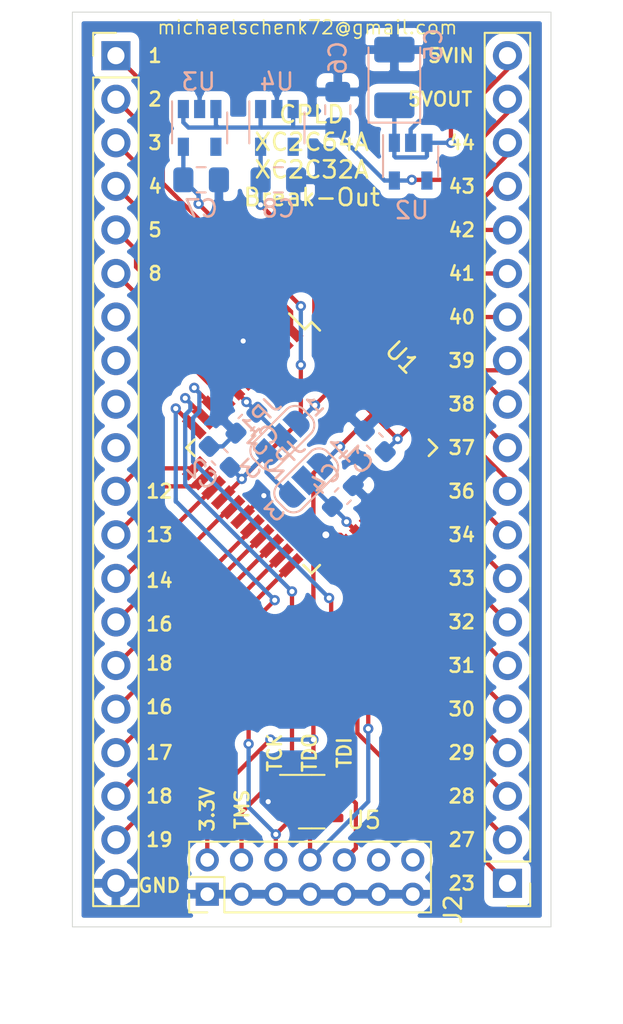
<source format=kicad_pcb>
(kicad_pcb (version 20171130) (host pcbnew "(5.1.9-0-10_14)")

  (general
    (thickness 1.6)
    (drawings 47)
    (tracks 279)
    (zones 0)
    (modules 18)
    (nets 45)
  )

  (page A4)
  (layers
    (0 F.Cu signal)
    (31 B.Cu signal)
    (32 B.Adhes user)
    (33 F.Adhes user)
    (34 B.Paste user)
    (35 F.Paste user)
    (36 B.SilkS user)
    (37 F.SilkS user)
    (38 B.Mask user)
    (39 F.Mask user)
    (40 Dwgs.User user)
    (41 Cmts.User user)
    (42 Eco1.User user)
    (43 Eco2.User user)
    (44 Edge.Cuts user)
    (45 Margin user)
    (46 B.CrtYd user)
    (47 F.CrtYd user)
    (48 B.Fab user)
    (49 F.Fab user)
  )

  (setup
    (last_trace_width 0.25)
    (trace_clearance 0.2)
    (zone_clearance 0.508)
    (zone_45_only no)
    (trace_min 0.2)
    (via_size 0.8)
    (via_drill 0.4)
    (via_min_size 0.4)
    (via_min_drill 0.3)
    (user_via 0.6 0.3)
    (uvia_size 0.3)
    (uvia_drill 0.1)
    (uvias_allowed no)
    (uvia_min_size 0.2)
    (uvia_min_drill 0.1)
    (edge_width 0.05)
    (segment_width 0.2)
    (pcb_text_width 0.3)
    (pcb_text_size 1.5 1.5)
    (mod_edge_width 0.12)
    (mod_text_size 1 1)
    (mod_text_width 0.15)
    (pad_size 1.524 1.524)
    (pad_drill 0.762)
    (pad_to_mask_clearance 0)
    (aux_axis_origin 0 0)
    (visible_elements FFFFFF7F)
    (pcbplotparams
      (layerselection 0x010f0_ffffffff)
      (usegerberextensions false)
      (usegerberattributes false)
      (usegerberadvancedattributes false)
      (creategerberjobfile false)
      (excludeedgelayer true)
      (linewidth 0.100000)
      (plotframeref false)
      (viasonmask false)
      (mode 1)
      (useauxorigin false)
      (hpglpennumber 1)
      (hpglpenspeed 20)
      (hpglpendiameter 15.000000)
      (psnegative false)
      (psa4output false)
      (plotreference true)
      (plotvalue false)
      (plotinvisibletext false)
      (padsonsilk true)
      (subtractmaskfromsilk false)
      (outputformat 1)
      (mirror false)
      (drillshape 0)
      (scaleselection 1)
      (outputdirectory "gerber/"))
  )

  (net 0 "")
  (net 1 +3V3)
  (net 2 GND)
  (net 3 +1V8)
  (net 4 "Net-(C3-Pad2)")
  (net 5 "Net-(C4-Pad2)")
  (net 6 JTAG_TCK)
  (net 7 JTAG_TDO)
  (net 8 JTAG_TDI)
  (net 9 JTAG_TMS)
  (net 10 +5VIN)
  (net 11 +5VOUT)
  (net 12 PIN1-IO1-GCK2)
  (net 13 PIN5-IO1)
  (net 14 PIN3-IO1)
  (net 15 PIN2-IO1)
  (net 16 PIN8-IO1)
  (net 17 PIN6-IO1)
  (net 18 PIN16-IO1)
  (net 19 PIN14-IO1)
  (net 20 PIN13-IO1)
  (net 21 PIN12-IO1)
  (net 22 PIN33-IO2-GTS0)
  (net 23 PIN34-IO2-GTS1)
  (net 24 PIN36-IO2)
  (net 25 PIN37-IO2)
  (net 26 PIN38-IO2)
  (net 27 PIN44-IO1-GCK2)
  (net 28 PIN43-IO1-GCK0)
  (net 29 PIN42-IO1)
  (net 30 PIN41-IO1)
  (net 31 PIN40-IO1)
  (net 32 PIN39-IO1)
  (net 33 PIN32-IO2-GTS3)
  (net 34 PIN31-IO2-GTS2)
  (net 35 PIN30-IO2-GSR)
  (net 36 PIN29-IO2)
  (net 37 PIN28-IO2)
  (net 38 PIN27-IO2)
  (net 39 PIN23-IO2)
  (net 40 PIN22-IO2)
  (net 41 PIN21-IO2)
  (net 42 PIN20-IO2)
  (net 43 PIN19-IO2)
  (net 44 PIN18-IO2)

  (net_class Default "This is the default net class."
    (clearance 0.2)
    (trace_width 0.25)
    (via_dia 0.8)
    (via_drill 0.4)
    (uvia_dia 0.3)
    (uvia_drill 0.1)
    (add_net +1V8)
    (add_net +3V3)
    (add_net +5VIN)
    (add_net +5VOUT)
    (add_net GND)
    (add_net JTAG_TCK)
    (add_net JTAG_TDI)
    (add_net JTAG_TDO)
    (add_net JTAG_TMS)
    (add_net "Net-(C3-Pad2)")
    (add_net "Net-(C4-Pad2)")
    (add_net "Net-(J2-Pad12)")
    (add_net "Net-(J2-Pad14)")
    (add_net "Net-(J3-Pad10)")
    (add_net "Net-(J3-Pad7)")
    (add_net "Net-(J3-Pad8)")
    (add_net "Net-(J3-Pad9)")
    (add_net "Net-(U2-Pad4)")
    (add_net "Net-(U3-Pad4)")
    (add_net "Net-(U4-Pad4)")
    (add_net PIN1-IO1-GCK2)
    (add_net PIN12-IO1)
    (add_net PIN13-IO1)
    (add_net PIN14-IO1)
    (add_net PIN16-IO1)
    (add_net PIN18-IO2)
    (add_net PIN19-IO2)
    (add_net PIN2-IO1)
    (add_net PIN20-IO2)
    (add_net PIN21-IO2)
    (add_net PIN22-IO2)
    (add_net PIN23-IO2)
    (add_net PIN27-IO2)
    (add_net PIN28-IO2)
    (add_net PIN29-IO2)
    (add_net PIN3-IO1)
    (add_net PIN30-IO2-GSR)
    (add_net PIN31-IO2-GTS2)
    (add_net PIN32-IO2-GTS3)
    (add_net PIN33-IO2-GTS0)
    (add_net PIN34-IO2-GTS1)
    (add_net PIN36-IO2)
    (add_net PIN37-IO2)
    (add_net PIN38-IO2)
    (add_net PIN39-IO1)
    (add_net PIN40-IO1)
    (add_net PIN41-IO1)
    (add_net PIN42-IO1)
    (add_net PIN43-IO1-GCK0)
    (add_net PIN44-IO1-GCK2)
    (add_net PIN5-IO1)
    (add_net PIN6-IO1)
    (add_net PIN8-IO1)
  )

  (module Connector_PinHeader_2.00mm:PinHeader_2x07_P2.00mm_Vertical (layer F.Cu) (tedit 59FED667) (tstamp 6082C1A2)
    (at 101.854 159.385 90)
    (descr "Through hole straight pin header, 2x07, 2.00mm pitch, double rows")
    (tags "Through hole pin header THT 2x07 2.00mm double row")
    (path /6083187A)
    (fp_text reference J2 (at -0.889 14.351 90) (layer F.SilkS)
      (effects (font (size 1 1) (thickness 0.15)))
    )
    (fp_text value Conn_02x07_Odd_Even (at 1 14.06 90) (layer F.Fab)
      (effects (font (size 1 1) (thickness 0.15)))
    )
    (fp_line (start 3.5 -1.5) (end -1.5 -1.5) (layer F.CrtYd) (width 0.05))
    (fp_line (start 3.5 13.5) (end 3.5 -1.5) (layer F.CrtYd) (width 0.05))
    (fp_line (start -1.5 13.5) (end 3.5 13.5) (layer F.CrtYd) (width 0.05))
    (fp_line (start -1.5 -1.5) (end -1.5 13.5) (layer F.CrtYd) (width 0.05))
    (fp_line (start -1.06 -1.06) (end 0 -1.06) (layer F.SilkS) (width 0.12))
    (fp_line (start -1.06 0) (end -1.06 -1.06) (layer F.SilkS) (width 0.12))
    (fp_line (start 1 -1.06) (end 3.06 -1.06) (layer F.SilkS) (width 0.12))
    (fp_line (start 1 1) (end 1 -1.06) (layer F.SilkS) (width 0.12))
    (fp_line (start -1.06 1) (end 1 1) (layer F.SilkS) (width 0.12))
    (fp_line (start 3.06 -1.06) (end 3.06 13.06) (layer F.SilkS) (width 0.12))
    (fp_line (start -1.06 1) (end -1.06 13.06) (layer F.SilkS) (width 0.12))
    (fp_line (start -1.06 13.06) (end 3.06 13.06) (layer F.SilkS) (width 0.12))
    (fp_line (start -1 0) (end 0 -1) (layer F.Fab) (width 0.1))
    (fp_line (start -1 13) (end -1 0) (layer F.Fab) (width 0.1))
    (fp_line (start 3 13) (end -1 13) (layer F.Fab) (width 0.1))
    (fp_line (start 3 -1) (end 3 13) (layer F.Fab) (width 0.1))
    (fp_line (start 0 -1) (end 3 -1) (layer F.Fab) (width 0.1))
    (fp_text user %R (at 1 6) (layer F.Fab)
      (effects (font (size 1 1) (thickness 0.15)))
    )
    (pad 14 thru_hole oval (at 2 12 90) (size 1.35 1.35) (drill 0.8) (layers *.Cu *.Mask))
    (pad 13 thru_hole oval (at 0 12 90) (size 1.35 1.35) (drill 0.8) (layers *.Cu *.Mask)
      (net 2 GND))
    (pad 12 thru_hole oval (at 2 10 90) (size 1.35 1.35) (drill 0.8) (layers *.Cu *.Mask))
    (pad 11 thru_hole oval (at 0 10 90) (size 1.35 1.35) (drill 0.8) (layers *.Cu *.Mask)
      (net 2 GND))
    (pad 10 thru_hole oval (at 2 8 90) (size 1.35 1.35) (drill 0.8) (layers *.Cu *.Mask)
      (net 8 JTAG_TDI))
    (pad 9 thru_hole oval (at 0 8 90) (size 1.35 1.35) (drill 0.8) (layers *.Cu *.Mask)
      (net 2 GND))
    (pad 8 thru_hole oval (at 2 6 90) (size 1.35 1.35) (drill 0.8) (layers *.Cu *.Mask)
      (net 7 JTAG_TDO))
    (pad 7 thru_hole oval (at 0 6 90) (size 1.35 1.35) (drill 0.8) (layers *.Cu *.Mask)
      (net 2 GND))
    (pad 6 thru_hole oval (at 2 4 90) (size 1.35 1.35) (drill 0.8) (layers *.Cu *.Mask)
      (net 6 JTAG_TCK))
    (pad 5 thru_hole oval (at 0 4 90) (size 1.35 1.35) (drill 0.8) (layers *.Cu *.Mask)
      (net 2 GND))
    (pad 4 thru_hole oval (at 2 2 90) (size 1.35 1.35) (drill 0.8) (layers *.Cu *.Mask)
      (net 9 JTAG_TMS))
    (pad 3 thru_hole oval (at 0 2 90) (size 1.35 1.35) (drill 0.8) (layers *.Cu *.Mask)
      (net 2 GND))
    (pad 2 thru_hole oval (at 2 0 90) (size 1.35 1.35) (drill 0.8) (layers *.Cu *.Mask)
      (net 1 +3V3))
    (pad 1 thru_hole rect (at 0 0 90) (size 1.35 1.35) (drill 0.8) (layers *.Cu *.Mask)
      (net 2 GND))
    (model ${KISYS3DMOD}/Connector_PinHeader_2.00mm.3dshapes/PinHeader_2x07_P2.00mm_Vertical.wrl
      (at (xyz 0 0 0))
      (scale (xyz 1 1 1))
      (rotate (xyz 0 0 0))
    )
  )

  (module Capacitor_SMD:C_0603_1608Metric_Pad1.08x0.95mm_HandSolder (layer B.Cu) (tedit 5F68FEEF) (tstamp 607FCBDC)
    (at 109.76638 136.16912 225)
    (descr "Capacitor SMD 0603 (1608 Metric), square (rectangular) end terminal, IPC_7351 nominal with elongated pad for handsoldering. (Body size source: IPC-SM-782 page 76, https://www.pcb-3d.com/wordpress/wp-content/uploads/ipc-sm-782a_amendment_1_and_2.pdf), generated with kicad-footprint-generator")
    (tags "capacitor handsolder")
    (path /6082A661)
    (attr smd)
    (fp_text reference C4 (at 0 1.43 225) (layer B.SilkS)
      (effects (font (size 1 1) (thickness 0.15)) (justify mirror))
    )
    (fp_text value 100nF (at 0 -1.43 225) (layer B.Fab)
      (effects (font (size 1 1) (thickness 0.15)) (justify mirror))
    )
    (fp_line (start 1.65 -0.73) (end -1.65 -0.73) (layer B.CrtYd) (width 0.05))
    (fp_line (start 1.65 0.73) (end 1.65 -0.73) (layer B.CrtYd) (width 0.05))
    (fp_line (start -1.65 0.73) (end 1.65 0.73) (layer B.CrtYd) (width 0.05))
    (fp_line (start -1.65 -0.73) (end -1.65 0.73) (layer B.CrtYd) (width 0.05))
    (fp_line (start -0.146267 -0.51) (end 0.146267 -0.51) (layer B.SilkS) (width 0.12))
    (fp_line (start -0.146267 0.51) (end 0.146267 0.51) (layer B.SilkS) (width 0.12))
    (fp_line (start 0.8 -0.4) (end -0.8 -0.4) (layer B.Fab) (width 0.1))
    (fp_line (start 0.8 0.4) (end 0.8 -0.4) (layer B.Fab) (width 0.1))
    (fp_line (start -0.8 0.4) (end 0.8 0.4) (layer B.Fab) (width 0.1))
    (fp_line (start -0.8 -0.4) (end -0.8 0.4) (layer B.Fab) (width 0.1))
    (fp_text user %R (at 0 0 225) (layer B.Fab)
      (effects (font (size 0.4 0.4) (thickness 0.06)) (justify mirror))
    )
    (pad 2 smd roundrect (at 0.8625 0 225) (size 1.075 0.95) (layers B.Cu B.Paste B.Mask) (roundrect_rratio 0.25)
      (net 5 "Net-(C4-Pad2)"))
    (pad 1 smd roundrect (at -0.8625 0 225) (size 1.075 0.95) (layers B.Cu B.Paste B.Mask) (roundrect_rratio 0.25)
      (net 2 GND))
    (model ${KISYS3DMOD}/Capacitor_SMD.3dshapes/C_0603_1608Metric.wrl
      (at (xyz 0 0 0))
      (scale (xyz 1 1 1))
      (rotate (xyz 0 0 0))
    )
  )

  (module Package_QFP:TQFP-44_10x10mm_P0.8mm (layer F.Cu) (tedit 5A02F146) (tstamp 60811930)
    (at 107.95 133.35 315)
    (descr "44-Lead Plastic Thin Quad Flatpack (PT) - 10x10x1.0 mm Body [TQFP] (see Microchip Packaging Specification 00000049BS.pdf)")
    (tags "QFP 0.8")
    (path /6082A629)
    (attr smd)
    (fp_text reference U1 (at 0 -7.45 135) (layer F.SilkS)
      (effects (font (size 1 1) (thickness 0.15)))
    )
    (fp_text value XC2C64A-xVQ44 (at 0 7.45 135) (layer F.Fab)
      (effects (font (size 1 1) (thickness 0.15)))
    )
    (fp_line (start -5.175 -4.6) (end -6.45 -4.6) (layer F.SilkS) (width 0.15))
    (fp_line (start 5.175 -5.175) (end 4.5 -5.175) (layer F.SilkS) (width 0.15))
    (fp_line (start 5.175 5.175) (end 4.5 5.175) (layer F.SilkS) (width 0.15))
    (fp_line (start -5.175 5.175) (end -4.5 5.175) (layer F.SilkS) (width 0.15))
    (fp_line (start -5.175 -5.175) (end -4.5 -5.175) (layer F.SilkS) (width 0.15))
    (fp_line (start -5.175 5.175) (end -5.175 4.5) (layer F.SilkS) (width 0.15))
    (fp_line (start 5.175 5.175) (end 5.175 4.5) (layer F.SilkS) (width 0.15))
    (fp_line (start 5.175 -5.175) (end 5.175 -4.5) (layer F.SilkS) (width 0.15))
    (fp_line (start -5.175 -5.175) (end -5.175 -4.6) (layer F.SilkS) (width 0.15))
    (fp_line (start -6.7 6.7) (end 6.7 6.7) (layer F.CrtYd) (width 0.05))
    (fp_line (start -6.7 -6.7) (end 6.7 -6.7) (layer F.CrtYd) (width 0.05))
    (fp_line (start 6.7 -6.7) (end 6.7 6.7) (layer F.CrtYd) (width 0.05))
    (fp_line (start -6.7 -6.7) (end -6.7 6.7) (layer F.CrtYd) (width 0.05))
    (fp_line (start -5 -4) (end -4 -5) (layer F.Fab) (width 0.15))
    (fp_line (start -5 5) (end -5 -4) (layer F.Fab) (width 0.15))
    (fp_line (start 5 5) (end -5 5) (layer F.Fab) (width 0.15))
    (fp_line (start 5 -5) (end 5 5) (layer F.Fab) (width 0.15))
    (fp_line (start -4 -5) (end 5 -5) (layer F.Fab) (width 0.15))
    (fp_text user %R (at 0 0 135) (layer F.Fab)
      (effects (font (size 1 1) (thickness 0.15)))
    )
    (pad 44 smd rect (at -4 -5.7 45) (size 1.5 0.55) (layers F.Cu F.Paste F.Mask)
      (net 27 PIN44-IO1-GCK2))
    (pad 43 smd rect (at -3.2 -5.7 45) (size 1.5 0.55) (layers F.Cu F.Paste F.Mask)
      (net 28 PIN43-IO1-GCK0))
    (pad 42 smd rect (at -2.4 -5.7 45) (size 1.5 0.55) (layers F.Cu F.Paste F.Mask)
      (net 29 PIN42-IO1))
    (pad 41 smd rect (at -1.6 -5.7 45) (size 1.5 0.55) (layers F.Cu F.Paste F.Mask)
      (net 30 PIN41-IO1))
    (pad 40 smd rect (at -0.8 -5.7 45) (size 1.5 0.55) (layers F.Cu F.Paste F.Mask)
      (net 31 PIN40-IO1))
    (pad 39 smd rect (at 0 -5.7 45) (size 1.5 0.55) (layers F.Cu F.Paste F.Mask)
      (net 32 PIN39-IO1))
    (pad 38 smd rect (at 0.8 -5.7 45) (size 1.5 0.55) (layers F.Cu F.Paste F.Mask)
      (net 26 PIN38-IO2))
    (pad 37 smd rect (at 1.6 -5.7 45) (size 1.5 0.55) (layers F.Cu F.Paste F.Mask)
      (net 25 PIN37-IO2))
    (pad 36 smd rect (at 2.4 -5.7 45) (size 1.5 0.55) (layers F.Cu F.Paste F.Mask)
      (net 24 PIN36-IO2))
    (pad 35 smd rect (at 3.2 -5.7 45) (size 1.5 0.55) (layers F.Cu F.Paste F.Mask)
      (net 1 +3V3))
    (pad 34 smd rect (at 4 -5.7 45) (size 1.5 0.55) (layers F.Cu F.Paste F.Mask)
      (net 23 PIN34-IO2-GTS1))
    (pad 33 smd rect (at 5.7 -4 315) (size 1.5 0.55) (layers F.Cu F.Paste F.Mask)
      (net 22 PIN33-IO2-GTS0))
    (pad 32 smd rect (at 5.7 -3.2 315) (size 1.5 0.55) (layers F.Cu F.Paste F.Mask)
      (net 33 PIN32-IO2-GTS3))
    (pad 31 smd rect (at 5.7 -2.4 315) (size 1.5 0.55) (layers F.Cu F.Paste F.Mask)
      (net 34 PIN31-IO2-GTS2))
    (pad 30 smd rect (at 5.7 -1.6 315) (size 1.5 0.55) (layers F.Cu F.Paste F.Mask)
      (net 35 PIN30-IO2-GSR))
    (pad 29 smd rect (at 5.7 -0.8 315) (size 1.5 0.55) (layers F.Cu F.Paste F.Mask)
      (net 36 PIN29-IO2))
    (pad 28 smd rect (at 5.7 0 315) (size 1.5 0.55) (layers F.Cu F.Paste F.Mask)
      (net 37 PIN28-IO2))
    (pad 27 smd rect (at 5.7 0.8 315) (size 1.5 0.55) (layers F.Cu F.Paste F.Mask)
      (net 38 PIN27-IO2))
    (pad 26 smd rect (at 5.7 1.6 315) (size 1.5 0.55) (layers F.Cu F.Paste F.Mask)
      (net 5 "Net-(C4-Pad2)"))
    (pad 25 smd rect (at 5.7 2.4 315) (size 1.5 0.55) (layers F.Cu F.Paste F.Mask)
      (net 2 GND))
    (pad 24 smd rect (at 5.7 3.2 315) (size 1.5 0.55) (layers F.Cu F.Paste F.Mask)
      (net 7 JTAG_TDO))
    (pad 23 smd rect (at 5.7 4 315) (size 1.5 0.55) (layers F.Cu F.Paste F.Mask)
      (net 39 PIN23-IO2))
    (pad 22 smd rect (at 4 5.7 45) (size 1.5 0.55) (layers F.Cu F.Paste F.Mask)
      (net 40 PIN22-IO2))
    (pad 21 smd rect (at 3.2 5.7 45) (size 1.5 0.55) (layers F.Cu F.Paste F.Mask)
      (net 41 PIN21-IO2))
    (pad 20 smd rect (at 2.4 5.7 45) (size 1.5 0.55) (layers F.Cu F.Paste F.Mask)
      (net 42 PIN20-IO2))
    (pad 19 smd rect (at 1.6 5.7 45) (size 1.5 0.55) (layers F.Cu F.Paste F.Mask)
      (net 43 PIN19-IO2))
    (pad 18 smd rect (at 0.8 5.7 45) (size 1.5 0.55) (layers F.Cu F.Paste F.Mask)
      (net 44 PIN18-IO2))
    (pad 17 smd rect (at 0 5.7 45) (size 1.5 0.55) (layers F.Cu F.Paste F.Mask)
      (net 2 GND))
    (pad 16 smd rect (at -0.8 5.7 45) (size 1.5 0.55) (layers F.Cu F.Paste F.Mask)
      (net 18 PIN16-IO1))
    (pad 15 smd rect (at -1.6 5.7 45) (size 1.5 0.55) (layers F.Cu F.Paste F.Mask)
      (net 3 +1V8))
    (pad 14 smd rect (at -2.4 5.7 45) (size 1.5 0.55) (layers F.Cu F.Paste F.Mask)
      (net 19 PIN14-IO1))
    (pad 13 smd rect (at -3.2 5.7 45) (size 1.5 0.55) (layers F.Cu F.Paste F.Mask)
      (net 20 PIN13-IO1))
    (pad 12 smd rect (at -4 5.7 45) (size 1.5 0.55) (layers F.Cu F.Paste F.Mask)
      (net 21 PIN12-IO1))
    (pad 11 smd rect (at -5.7 4 315) (size 1.5 0.55) (layers F.Cu F.Paste F.Mask)
      (net 6 JTAG_TCK))
    (pad 10 smd rect (at -5.7 3.2 315) (size 1.5 0.55) (layers F.Cu F.Paste F.Mask)
      (net 9 JTAG_TMS))
    (pad 9 smd rect (at -5.7 2.4 315) (size 1.5 0.55) (layers F.Cu F.Paste F.Mask)
      (net 8 JTAG_TDI))
    (pad 8 smd rect (at -5.7 1.6 315) (size 1.5 0.55) (layers F.Cu F.Paste F.Mask)
      (net 16 PIN8-IO1))
    (pad 7 smd rect (at -5.7 0.8 315) (size 1.5 0.55) (layers F.Cu F.Paste F.Mask)
      (net 4 "Net-(C3-Pad2)"))
    (pad 6 smd rect (at -5.7 0 315) (size 1.5 0.55) (layers F.Cu F.Paste F.Mask)
      (net 17 PIN6-IO1))
    (pad 5 smd rect (at -5.7 -0.8 315) (size 1.5 0.55) (layers F.Cu F.Paste F.Mask)
      (net 13 PIN5-IO1))
    (pad 4 smd rect (at -5.7 -1.6 315) (size 1.5 0.55) (layers F.Cu F.Paste F.Mask)
      (net 2 GND))
    (pad 3 smd rect (at -5.7 -2.4 315) (size 1.5 0.55) (layers F.Cu F.Paste F.Mask)
      (net 14 PIN3-IO1))
    (pad 2 smd rect (at -5.7 -3.2 315) (size 1.5 0.55) (layers F.Cu F.Paste F.Mask)
      (net 15 PIN2-IO1))
    (pad 1 smd rect (at -5.7 -4 315) (size 1.5 0.55) (layers F.Cu F.Paste F.Mask)
      (net 12 PIN1-IO1-GCK2))
    (model ${KISYS3DMOD}/Package_QFP.3dshapes/TQFP-44_10x10mm_P0.8mm.wrl
      (at (xyz 0 0 0))
      (scale (xyz 1 1 1))
      (rotate (xyz 0 0 0))
    )
  )

  (module Connector_PinHeader_2.54mm:PinHeader_1x20_P2.54mm_Vertical locked (layer F.Cu) (tedit 59FED5CC) (tstamp 60806D11)
    (at 119.38 158.75 180)
    (descr "Through hole straight pin header, 1x20, 2.54mm pitch, single row")
    (tags "Through hole pin header THT 1x20 2.54mm single row")
    (path /60835A3E)
    (fp_text reference J1 (at 0 -2.33) (layer F.SilkS) hide
      (effects (font (size 1 1) (thickness 0.15)))
    )
    (fp_text value Conn_01x20_Male (at 0 50.59) (layer F.Fab)
      (effects (font (size 1 1) (thickness 0.15)))
    )
    (fp_line (start 1.8 -1.8) (end -1.8 -1.8) (layer F.CrtYd) (width 0.05))
    (fp_line (start 1.8 50.05) (end 1.8 -1.8) (layer F.CrtYd) (width 0.05))
    (fp_line (start -1.8 50.05) (end 1.8 50.05) (layer F.CrtYd) (width 0.05))
    (fp_line (start -1.8 -1.8) (end -1.8 50.05) (layer F.CrtYd) (width 0.05))
    (fp_line (start -1.33 -1.33) (end 0 -1.33) (layer F.SilkS) (width 0.12))
    (fp_line (start -1.33 0) (end -1.33 -1.33) (layer F.SilkS) (width 0.12))
    (fp_line (start -1.33 1.27) (end 1.33 1.27) (layer F.SilkS) (width 0.12))
    (fp_line (start 1.33 1.27) (end 1.33 49.59) (layer F.SilkS) (width 0.12))
    (fp_line (start -1.33 1.27) (end -1.33 49.59) (layer F.SilkS) (width 0.12))
    (fp_line (start -1.33 49.59) (end 1.33 49.59) (layer F.SilkS) (width 0.12))
    (fp_line (start -1.27 -0.635) (end -0.635 -1.27) (layer F.Fab) (width 0.1))
    (fp_line (start -1.27 49.53) (end -1.27 -0.635) (layer F.Fab) (width 0.1))
    (fp_line (start 1.27 49.53) (end -1.27 49.53) (layer F.Fab) (width 0.1))
    (fp_line (start 1.27 -1.27) (end 1.27 49.53) (layer F.Fab) (width 0.1))
    (fp_line (start -0.635 -1.27) (end 1.27 -1.27) (layer F.Fab) (width 0.1))
    (fp_text user %R (at 0 24.13 90) (layer F.Fab)
      (effects (font (size 1 1) (thickness 0.15)))
    )
    (pad 20 thru_hole oval (at 0 48.26 180) (size 1.7 1.7) (drill 1) (layers *.Cu *.Mask)
      (net 10 +5VIN))
    (pad 19 thru_hole oval (at 0 45.72 180) (size 1.7 1.7) (drill 1) (layers *.Cu *.Mask)
      (net 11 +5VOUT))
    (pad 18 thru_hole oval (at 0 43.18 180) (size 1.7 1.7) (drill 1) (layers *.Cu *.Mask)
      (net 27 PIN44-IO1-GCK2))
    (pad 17 thru_hole oval (at 0 40.64 180) (size 1.7 1.7) (drill 1) (layers *.Cu *.Mask)
      (net 28 PIN43-IO1-GCK0))
    (pad 16 thru_hole oval (at 0 38.1 180) (size 1.7 1.7) (drill 1) (layers *.Cu *.Mask)
      (net 29 PIN42-IO1))
    (pad 15 thru_hole oval (at 0 35.56 180) (size 1.7 1.7) (drill 1) (layers *.Cu *.Mask)
      (net 30 PIN41-IO1))
    (pad 14 thru_hole oval (at 0 33.02 180) (size 1.7 1.7) (drill 1) (layers *.Cu *.Mask)
      (net 31 PIN40-IO1))
    (pad 13 thru_hole oval (at 0 30.48 180) (size 1.7 1.7) (drill 1) (layers *.Cu *.Mask)
      (net 32 PIN39-IO1))
    (pad 12 thru_hole oval (at 0 27.94 180) (size 1.7 1.7) (drill 1) (layers *.Cu *.Mask)
      (net 26 PIN38-IO2))
    (pad 11 thru_hole oval (at 0 25.4 180) (size 1.7 1.7) (drill 1) (layers *.Cu *.Mask)
      (net 25 PIN37-IO2))
    (pad 10 thru_hole oval (at 0 22.86 180) (size 1.7 1.7) (drill 1) (layers *.Cu *.Mask)
      (net 24 PIN36-IO2))
    (pad 9 thru_hole oval (at 0 20.32 180) (size 1.7 1.7) (drill 1) (layers *.Cu *.Mask)
      (net 23 PIN34-IO2-GTS1))
    (pad 8 thru_hole oval (at 0 17.78 180) (size 1.7 1.7) (drill 1) (layers *.Cu *.Mask)
      (net 22 PIN33-IO2-GTS0))
    (pad 7 thru_hole oval (at 0 15.24 180) (size 1.7 1.7) (drill 1) (layers *.Cu *.Mask)
      (net 33 PIN32-IO2-GTS3))
    (pad 6 thru_hole oval (at 0 12.7 180) (size 1.7 1.7) (drill 1) (layers *.Cu *.Mask)
      (net 34 PIN31-IO2-GTS2))
    (pad 5 thru_hole oval (at 0 10.16 180) (size 1.7 1.7) (drill 1) (layers *.Cu *.Mask)
      (net 35 PIN30-IO2-GSR))
    (pad 4 thru_hole oval (at 0 7.62 180) (size 1.7 1.7) (drill 1) (layers *.Cu *.Mask)
      (net 36 PIN29-IO2))
    (pad 3 thru_hole oval (at 0 5.08 180) (size 1.7 1.7) (drill 1) (layers *.Cu *.Mask)
      (net 37 PIN28-IO2))
    (pad 2 thru_hole oval (at 0 2.54 180) (size 1.7 1.7) (drill 1) (layers *.Cu *.Mask)
      (net 38 PIN27-IO2))
    (pad 1 thru_hole rect (at 0 0 180) (size 1.7 1.7) (drill 1) (layers *.Cu *.Mask)
      (net 39 PIN23-IO2))
    (model ${KISYS3DMOD}/Connector_PinHeader_2.54mm.3dshapes/PinHeader_1x20_P2.54mm_Vertical.wrl
      (at (xyz 0 0 0))
      (scale (xyz 1 1 1))
      (rotate (xyz 0 0 0))
    )
  )

  (module Connector_PinHeader_2.54mm:PinHeader_1x20_P2.54mm_Vertical locked (layer F.Cu) (tedit 59FED5CC) (tstamp 60803538)
    (at 96.52 110.49)
    (descr "Through hole straight pin header, 1x20, 2.54mm pitch, single row")
    (tags "Through hole pin header THT 1x20 2.54mm single row")
    (path /6081B8E4)
    (fp_text reference J3 (at 0 -2.33) (layer F.SilkS) hide
      (effects (font (size 1 1) (thickness 0.15)))
    )
    (fp_text value Conn_01x20_Male (at 0 50.59) (layer F.Fab)
      (effects (font (size 1 1) (thickness 0.15)))
    )
    (fp_line (start 1.8 -1.8) (end -1.8 -1.8) (layer F.CrtYd) (width 0.05))
    (fp_line (start 1.8 50.05) (end 1.8 -1.8) (layer F.CrtYd) (width 0.05))
    (fp_line (start -1.8 50.05) (end 1.8 50.05) (layer F.CrtYd) (width 0.05))
    (fp_line (start -1.8 -1.8) (end -1.8 50.05) (layer F.CrtYd) (width 0.05))
    (fp_line (start -1.33 -1.33) (end 0 -1.33) (layer F.SilkS) (width 0.12))
    (fp_line (start -1.33 0) (end -1.33 -1.33) (layer F.SilkS) (width 0.12))
    (fp_line (start -1.33 1.27) (end 1.33 1.27) (layer F.SilkS) (width 0.12))
    (fp_line (start 1.33 1.27) (end 1.33 49.59) (layer F.SilkS) (width 0.12))
    (fp_line (start -1.33 1.27) (end -1.33 49.59) (layer F.SilkS) (width 0.12))
    (fp_line (start -1.33 49.59) (end 1.33 49.59) (layer F.SilkS) (width 0.12))
    (fp_line (start -1.27 -0.635) (end -0.635 -1.27) (layer F.Fab) (width 0.1))
    (fp_line (start -1.27 49.53) (end -1.27 -0.635) (layer F.Fab) (width 0.1))
    (fp_line (start 1.27 49.53) (end -1.27 49.53) (layer F.Fab) (width 0.1))
    (fp_line (start 1.27 -1.27) (end 1.27 49.53) (layer F.Fab) (width 0.1))
    (fp_line (start -0.635 -1.27) (end 1.27 -1.27) (layer F.Fab) (width 0.1))
    (fp_text user %R (at 0 24.13 90) (layer F.Fab)
      (effects (font (size 1 1) (thickness 0.15)))
    )
    (pad 20 thru_hole oval (at 0 48.26) (size 1.7 1.7) (drill 1) (layers *.Cu *.Mask)
      (net 2 GND))
    (pad 19 thru_hole oval (at 0 45.72) (size 1.7 1.7) (drill 1) (layers *.Cu *.Mask)
      (net 40 PIN22-IO2))
    (pad 18 thru_hole oval (at 0 43.18) (size 1.7 1.7) (drill 1) (layers *.Cu *.Mask)
      (net 41 PIN21-IO2))
    (pad 17 thru_hole oval (at 0 40.64) (size 1.7 1.7) (drill 1) (layers *.Cu *.Mask)
      (net 42 PIN20-IO2))
    (pad 16 thru_hole oval (at 0 38.1) (size 1.7 1.7) (drill 1) (layers *.Cu *.Mask)
      (net 43 PIN19-IO2))
    (pad 15 thru_hole oval (at 0 35.56) (size 1.7 1.7) (drill 1) (layers *.Cu *.Mask)
      (net 44 PIN18-IO2))
    (pad 14 thru_hole oval (at 0 33.02) (size 1.7 1.7) (drill 1) (layers *.Cu *.Mask)
      (net 18 PIN16-IO1))
    (pad 13 thru_hole oval (at 0 30.48) (size 1.7 1.7) (drill 1) (layers *.Cu *.Mask)
      (net 19 PIN14-IO1))
    (pad 12 thru_hole oval (at 0 27.94) (size 1.7 1.7) (drill 1) (layers *.Cu *.Mask)
      (net 20 PIN13-IO1))
    (pad 11 thru_hole oval (at 0 25.4) (size 1.7 1.7) (drill 1) (layers *.Cu *.Mask)
      (net 21 PIN12-IO1))
    (pad 10 thru_hole oval (at 0 22.86) (size 1.7 1.7) (drill 1) (layers *.Cu *.Mask))
    (pad 9 thru_hole oval (at 0 20.32) (size 1.7 1.7) (drill 1) (layers *.Cu *.Mask))
    (pad 8 thru_hole oval (at 0 17.78) (size 1.7 1.7) (drill 1) (layers *.Cu *.Mask))
    (pad 7 thru_hole oval (at 0 15.24) (size 1.7 1.7) (drill 1) (layers *.Cu *.Mask))
    (pad 6 thru_hole oval (at 0 12.7) (size 1.7 1.7) (drill 1) (layers *.Cu *.Mask)
      (net 16 PIN8-IO1))
    (pad 5 thru_hole oval (at 0 10.16) (size 1.7 1.7) (drill 1) (layers *.Cu *.Mask)
      (net 17 PIN6-IO1))
    (pad 4 thru_hole oval (at 0 7.62) (size 1.7 1.7) (drill 1) (layers *.Cu *.Mask)
      (net 13 PIN5-IO1))
    (pad 3 thru_hole oval (at 0 5.08) (size 1.7 1.7) (drill 1) (layers *.Cu *.Mask)
      (net 14 PIN3-IO1))
    (pad 2 thru_hole oval (at 0 2.54) (size 1.7 1.7) (drill 1) (layers *.Cu *.Mask)
      (net 15 PIN2-IO1))
    (pad 1 thru_hole rect (at 0 0) (size 1.7 1.7) (drill 1) (layers *.Cu *.Mask)
      (net 12 PIN1-IO1-GCK2))
    (model ${KISYS3DMOD}/Connector_PinHeader_2.54mm.3dshapes/PinHeader_1x20_P2.54mm_Vertical.wrl
      (at (xyz 0 0 0))
      (scale (xyz 1 1 1))
      (rotate (xyz 0 0 0))
    )
  )

  (module Package_SO:SC-74-6_1.5x2.9mm_P0.95mm (layer F.Cu) (tedit 5D9F72B0) (tstamp 607FCE54)
    (at 107.95 153.9875)
    (descr "SC-74, 6 Pin (https://www.nxp.com/docs/en/package-information/SOT457.pdf), generated with kicad-footprint-generator ipc_gullwing_generator.py")
    (tags "SC-74 SO")
    (path /60849177)
    (attr smd)
    (fp_text reference U5 (at 3.048 1.0795) (layer F.SilkS)
      (effects (font (size 1 1) (thickness 0.15)))
    )
    (fp_text value CM1293A−04SO (at 0 2.4) (layer F.Fab)
      (effects (font (size 1 1) (thickness 0.15)))
    )
    (fp_line (start 2.1 -1.7) (end -2.1 -1.7) (layer F.CrtYd) (width 0.05))
    (fp_line (start 2.1 1.7) (end 2.1 -1.7) (layer F.CrtYd) (width 0.05))
    (fp_line (start -2.1 1.7) (end 2.1 1.7) (layer F.CrtYd) (width 0.05))
    (fp_line (start -2.1 -1.7) (end -2.1 1.7) (layer F.CrtYd) (width 0.05))
    (fp_line (start -0.75 -1.075) (end -0.375 -1.45) (layer F.Fab) (width 0.1))
    (fp_line (start -0.75 1.45) (end -0.75 -1.075) (layer F.Fab) (width 0.1))
    (fp_line (start 0.75 1.45) (end -0.75 1.45) (layer F.Fab) (width 0.1))
    (fp_line (start 0.75 -1.45) (end 0.75 1.45) (layer F.Fab) (width 0.1))
    (fp_line (start -0.375 -1.45) (end 0.75 -1.45) (layer F.Fab) (width 0.1))
    (fp_line (start 0 -1.56) (end -1.85 -1.56) (layer F.SilkS) (width 0.12))
    (fp_line (start 0 -1.56) (end 0.75 -1.56) (layer F.SilkS) (width 0.12))
    (fp_line (start 0 1.56) (end -0.75 1.56) (layer F.SilkS) (width 0.12))
    (fp_line (start 0 1.56) (end 0.75 1.56) (layer F.SilkS) (width 0.12))
    (fp_text user %R (at 0 0) (layer F.Fab)
      (effects (font (size 0.38 0.38) (thickness 0.06)))
    )
    (pad 6 smd roundrect (at 1.1375 -0.95) (size 1.425 0.5) (layers F.Cu F.Paste F.Mask) (roundrect_rratio 0.25)
      (net 8 JTAG_TDI))
    (pad 5 smd roundrect (at 1.1375 0) (size 1.425 0.5) (layers F.Cu F.Paste F.Mask) (roundrect_rratio 0.25)
      (net 1 +3V3))
    (pad 4 smd roundrect (at 1.1375 0.95) (size 1.425 0.5) (layers F.Cu F.Paste F.Mask) (roundrect_rratio 0.25)
      (net 7 JTAG_TDO))
    (pad 3 smd roundrect (at -1.1375 0.95) (size 1.425 0.5) (layers F.Cu F.Paste F.Mask) (roundrect_rratio 0.25)
      (net 6 JTAG_TCK))
    (pad 2 smd roundrect (at -1.1375 0) (size 1.425 0.5) (layers F.Cu F.Paste F.Mask) (roundrect_rratio 0.25)
      (net 2 GND))
    (pad 1 smd roundrect (at -1.1375 -0.95) (size 1.425 0.5) (layers F.Cu F.Paste F.Mask) (roundrect_rratio 0.25)
      (net 9 JTAG_TMS))
    (model ${KISYS3DMOD}/Package_SO.3dshapes/SC-74-6_1.5x2.9mm_P0.95mm.wrl
      (at (xyz 0 0 0))
      (scale (xyz 1 1 1))
      (rotate (xyz 0 0 0))
    )
  )

  (module Package_TO_SOT_SMD:SOT-23-5 (layer B.Cu) (tedit 5A02FF57) (tstamp 607FCE3C)
    (at 105.918 114.7015 270)
    (descr "5-pin SOT23 package")
    (tags SOT-23-5)
    (path /6086F7CC)
    (attr smd)
    (fp_text reference U4 (at -2.6875 0) (layer B.SilkS)
      (effects (font (size 1 1) (thickness 0.15)) (justify mirror))
    )
    (fp_text value TC1185-3.3VCT713 (at 0 -2.9 270) (layer B.Fab)
      (effects (font (size 1 1) (thickness 0.15)) (justify mirror))
    )
    (fp_line (start 0.9 1.55) (end 0.9 -1.55) (layer B.Fab) (width 0.1))
    (fp_line (start 0.9 -1.55) (end -0.9 -1.55) (layer B.Fab) (width 0.1))
    (fp_line (start -0.9 0.9) (end -0.9 -1.55) (layer B.Fab) (width 0.1))
    (fp_line (start 0.9 1.55) (end -0.25 1.55) (layer B.Fab) (width 0.1))
    (fp_line (start -0.9 0.9) (end -0.25 1.55) (layer B.Fab) (width 0.1))
    (fp_line (start -1.9 -1.8) (end -1.9 1.8) (layer B.CrtYd) (width 0.05))
    (fp_line (start 1.9 -1.8) (end -1.9 -1.8) (layer B.CrtYd) (width 0.05))
    (fp_line (start 1.9 1.8) (end 1.9 -1.8) (layer B.CrtYd) (width 0.05))
    (fp_line (start -1.9 1.8) (end 1.9 1.8) (layer B.CrtYd) (width 0.05))
    (fp_line (start 0.9 1.61) (end -1.55 1.61) (layer B.SilkS) (width 0.12))
    (fp_line (start -0.9 -1.61) (end 0.9 -1.61) (layer B.SilkS) (width 0.12))
    (fp_text user %R (at 0 0) (layer B.Fab)
      (effects (font (size 0.5 0.5) (thickness 0.075)) (justify mirror))
    )
    (pad 5 smd rect (at 1.1 0.95 270) (size 1.06 0.65) (layers B.Cu B.Paste B.Mask)
      (net 1 +3V3))
    (pad 4 smd rect (at 1.1 -0.95 270) (size 1.06 0.65) (layers B.Cu B.Paste B.Mask))
    (pad 3 smd rect (at -1.1 -0.95 270) (size 1.06 0.65) (layers B.Cu B.Paste B.Mask)
      (net 11 +5VOUT))
    (pad 2 smd rect (at -1.1 0 270) (size 1.06 0.65) (layers B.Cu B.Paste B.Mask)
      (net 2 GND))
    (pad 1 smd rect (at -1.1 0.95 270) (size 1.06 0.65) (layers B.Cu B.Paste B.Mask)
      (net 11 +5VOUT))
    (model ${KISYS3DMOD}/Package_TO_SOT_SMD.3dshapes/SOT-23-5.wrl
      (at (xyz 0 0 0))
      (scale (xyz 1 1 1))
      (rotate (xyz 0 0 0))
    )
  )

  (module Package_TO_SOT_SMD:SOT-23-5 (layer B.Cu) (tedit 5A02FF57) (tstamp 607FCE27)
    (at 101.407 114.7015 270)
    (descr "5-pin SOT23 package")
    (tags SOT-23-5)
    (path /6086F7C6)
    (attr smd)
    (fp_text reference U3 (at -2.6875 0.061 180) (layer B.SilkS)
      (effects (font (size 1 1) (thickness 0.15)) (justify mirror))
    )
    (fp_text value TC1185-1.8VCT713 (at 0 -2.9 90) (layer B.Fab)
      (effects (font (size 1 1) (thickness 0.15)) (justify mirror))
    )
    (fp_line (start 0.9 1.55) (end 0.9 -1.55) (layer B.Fab) (width 0.1))
    (fp_line (start 0.9 -1.55) (end -0.9 -1.55) (layer B.Fab) (width 0.1))
    (fp_line (start -0.9 0.9) (end -0.9 -1.55) (layer B.Fab) (width 0.1))
    (fp_line (start 0.9 1.55) (end -0.25 1.55) (layer B.Fab) (width 0.1))
    (fp_line (start -0.9 0.9) (end -0.25 1.55) (layer B.Fab) (width 0.1))
    (fp_line (start -1.9 -1.8) (end -1.9 1.8) (layer B.CrtYd) (width 0.05))
    (fp_line (start 1.9 -1.8) (end -1.9 -1.8) (layer B.CrtYd) (width 0.05))
    (fp_line (start 1.9 1.8) (end 1.9 -1.8) (layer B.CrtYd) (width 0.05))
    (fp_line (start -1.9 1.8) (end 1.9 1.8) (layer B.CrtYd) (width 0.05))
    (fp_line (start 0.9 1.61) (end -1.55 1.61) (layer B.SilkS) (width 0.12))
    (fp_line (start -0.9 -1.61) (end 0.9 -1.61) (layer B.SilkS) (width 0.12))
    (fp_text user %R (at 0 0 180) (layer B.Fab)
      (effects (font (size 0.5 0.5) (thickness 0.075)) (justify mirror))
    )
    (pad 5 smd rect (at 1.1 0.95 270) (size 1.06 0.65) (layers B.Cu B.Paste B.Mask)
      (net 3 +1V8))
    (pad 4 smd rect (at 1.1 -0.95 270) (size 1.06 0.65) (layers B.Cu B.Paste B.Mask))
    (pad 3 smd rect (at -1.1 -0.95 270) (size 1.06 0.65) (layers B.Cu B.Paste B.Mask)
      (net 11 +5VOUT))
    (pad 2 smd rect (at -1.1 0 270) (size 1.06 0.65) (layers B.Cu B.Paste B.Mask)
      (net 2 GND))
    (pad 1 smd rect (at -1.1 0.95 270) (size 1.06 0.65) (layers B.Cu B.Paste B.Mask)
      (net 11 +5VOUT))
    (model ${KISYS3DMOD}/Package_TO_SOT_SMD.3dshapes/SOT-23-5.wrl
      (at (xyz 0 0 0))
      (scale (xyz 1 1 1))
      (rotate (xyz 0 0 0))
    )
  )

  (module Package_TO_SOT_SMD:SOT-23-5 (layer B.Cu) (tedit 5A02FF57) (tstamp 607FCE12)
    (at 113.726 116.67 270)
    (descr "5-pin SOT23 package")
    (tags SOT-23-5)
    (path /6086F7C0)
    (attr smd)
    (fp_text reference U2 (at 2.837 -0.066 180) (layer B.SilkS)
      (effects (font (size 1 1) (thickness 0.15)) (justify mirror))
    )
    (fp_text value TC1185-5.0VCT713 (at 0 -2.9 90) (layer B.Fab)
      (effects (font (size 1 1) (thickness 0.15)) (justify mirror))
    )
    (fp_line (start 0.9 1.55) (end 0.9 -1.55) (layer B.Fab) (width 0.1))
    (fp_line (start 0.9 -1.55) (end -0.9 -1.55) (layer B.Fab) (width 0.1))
    (fp_line (start -0.9 0.9) (end -0.9 -1.55) (layer B.Fab) (width 0.1))
    (fp_line (start 0.9 1.55) (end -0.25 1.55) (layer B.Fab) (width 0.1))
    (fp_line (start -0.9 0.9) (end -0.25 1.55) (layer B.Fab) (width 0.1))
    (fp_line (start -1.9 -1.8) (end -1.9 1.8) (layer B.CrtYd) (width 0.05))
    (fp_line (start 1.9 -1.8) (end -1.9 -1.8) (layer B.CrtYd) (width 0.05))
    (fp_line (start 1.9 1.8) (end 1.9 -1.8) (layer B.CrtYd) (width 0.05))
    (fp_line (start -1.9 1.8) (end 1.9 1.8) (layer B.CrtYd) (width 0.05))
    (fp_line (start 0.9 1.61) (end -1.55 1.61) (layer B.SilkS) (width 0.12))
    (fp_line (start -0.9 -1.61) (end 0.9 -1.61) (layer B.SilkS) (width 0.12))
    (fp_text user %R (at 0 0 180) (layer B.Fab)
      (effects (font (size 0.5 0.5) (thickness 0.075)) (justify mirror))
    )
    (pad 5 smd rect (at 1.1 0.95 270) (size 1.06 0.65) (layers B.Cu B.Paste B.Mask)
      (net 11 +5VOUT))
    (pad 4 smd rect (at 1.1 -0.95 270) (size 1.06 0.65) (layers B.Cu B.Paste B.Mask))
    (pad 3 smd rect (at -1.1 -0.95 270) (size 1.06 0.65) (layers B.Cu B.Paste B.Mask)
      (net 10 +5VIN))
    (pad 2 smd rect (at -1.1 0 270) (size 1.06 0.65) (layers B.Cu B.Paste B.Mask)
      (net 2 GND))
    (pad 1 smd rect (at -1.1 0.95 270) (size 1.06 0.65) (layers B.Cu B.Paste B.Mask)
      (net 10 +5VIN))
    (model ${KISYS3DMOD}/Package_TO_SOT_SMD.3dshapes/SOT-23-5.wrl
      (at (xyz 0 0 0))
      (scale (xyz 1 1 1))
      (rotate (xyz 0 0 0))
    )
  )

  (module Jumper:SolderJumper-3_P1.3mm_Open_RoundedPad1.0x1.5mm_NumberLabels (layer B.Cu) (tedit 5B391ED1) (tstamp 607FCD43)
    (at 107.6325 135.255 225)
    (descr "SMD Solder 3-pad Jumper, 1x1.5mm rounded Pads, 0.3mm gap, open, labeled with numbers")
    (tags "solder jumper open")
    (path /6082A643)
    (attr virtual)
    (fp_text reference JP2 (at 0 1.8 45) (layer B.SilkS)
      (effects (font (size 1 1) (thickness 0.15)) (justify mirror))
    )
    (fp_text value SolderJumper_3_Open (at 0 -1.9 45) (layer B.Fab)
      (effects (font (size 1 1) (thickness 0.15)) (justify mirror))
    )
    (fp_line (start 2.3 -1.25) (end -2.3 -1.25) (layer B.CrtYd) (width 0.05))
    (fp_line (start 2.3 -1.25) (end 2.3 1.25) (layer B.CrtYd) (width 0.05))
    (fp_line (start -2.3 1.25) (end -2.3 -1.25) (layer B.CrtYd) (width 0.05))
    (fp_line (start -2.3 1.25) (end 2.3 1.25) (layer B.CrtYd) (width 0.05))
    (fp_line (start -1.4 1) (end 1.4 1) (layer B.SilkS) (width 0.12))
    (fp_line (start 2.05 0.3) (end 2.05 -0.3) (layer B.SilkS) (width 0.12))
    (fp_line (start 1.4 -1) (end -1.4 -1) (layer B.SilkS) (width 0.12))
    (fp_line (start -2.05 -0.3) (end -2.05 0.3) (layer B.SilkS) (width 0.12))
    (fp_arc (start -1.35 0.3) (end -1.35 1) (angle 90) (layer B.SilkS) (width 0.12))
    (fp_arc (start -1.35 -0.3) (end -2.05 -0.3) (angle 90) (layer B.SilkS) (width 0.12))
    (fp_arc (start 1.35 -0.3) (end 1.35 -1) (angle 90) (layer B.SilkS) (width 0.12))
    (fp_arc (start 1.35 0.3) (end 2.05 0.3) (angle 90) (layer B.SilkS) (width 0.12))
    (fp_text user 1 (at -2.6 0 45) (layer B.SilkS)
      (effects (font (size 1 1) (thickness 0.15)) (justify mirror))
    )
    (fp_text user 3 (at 2.6 0 45) (layer B.SilkS)
      (effects (font (size 1 1) (thickness 0.15)) (justify mirror))
    )
    (pad 2 smd rect (at 0 0 225) (size 1 1.5) (layers B.Cu B.Mask)
      (net 5 "Net-(C4-Pad2)"))
    (pad 3 smd custom (at 1.3 0 225) (size 1 0.5) (layers B.Cu B.Mask)
      (net 3 +1V8) (zone_connect 2)
      (options (clearance outline) (anchor rect))
      (primitives
        (gr_circle (center 0 -0.25) (end 0.5 -0.25) (width 0))
        (gr_circle (center 0 0.25) (end 0.5 0.25) (width 0))
        (gr_poly (pts
           (xy -0.55 0.75) (xy 0 0.75) (xy 0 -0.75) (xy -0.55 -0.75)) (width 0))
      ))
    (pad 1 smd custom (at -1.3 0 225) (size 1 0.5) (layers B.Cu B.Mask)
      (net 1 +3V3) (zone_connect 2)
      (options (clearance outline) (anchor rect))
      (primitives
        (gr_circle (center 0 -0.25) (end 0.5 -0.25) (width 0))
        (gr_circle (center 0 0.25) (end 0.5 0.25) (width 0))
        (gr_poly (pts
           (xy 0.55 0.75) (xy 0 0.75) (xy 0 -0.75) (xy 0.55 -0.75)) (width 0))
      ))
  )

  (module Jumper:SolderJumper-3_P1.3mm_Open_RoundedPad1.0x1.5mm_NumberLabels (layer B.Cu) (tedit 5B391ED1) (tstamp 607FCD2E)
    (at 106.2355 132.7785 225)
    (descr "SMD Solder 3-pad Jumper, 1x1.5mm rounded Pads, 0.3mm gap, open, labeled with numbers")
    (tags "solder jumper open")
    (path /6082A637)
    (attr virtual)
    (fp_text reference JP1 (at 0 1.8 45) (layer B.SilkS)
      (effects (font (size 1 1) (thickness 0.15)) (justify mirror))
    )
    (fp_text value SolderJumper_3_Open (at 0 -1.9 45) (layer B.Fab)
      (effects (font (size 1 1) (thickness 0.15)) (justify mirror))
    )
    (fp_line (start 2.3 -1.25) (end -2.3 -1.25) (layer B.CrtYd) (width 0.05))
    (fp_line (start 2.3 -1.25) (end 2.3 1.25) (layer B.CrtYd) (width 0.05))
    (fp_line (start -2.3 1.25) (end -2.3 -1.25) (layer B.CrtYd) (width 0.05))
    (fp_line (start -2.3 1.25) (end 2.3 1.25) (layer B.CrtYd) (width 0.05))
    (fp_line (start -1.4 1) (end 1.4 1) (layer B.SilkS) (width 0.12))
    (fp_line (start 2.05 0.3) (end 2.05 -0.3) (layer B.SilkS) (width 0.12))
    (fp_line (start 1.4 -1) (end -1.4 -1) (layer B.SilkS) (width 0.12))
    (fp_line (start -2.05 -0.3) (end -2.05 0.3) (layer B.SilkS) (width 0.12))
    (fp_arc (start -1.35 0.3) (end -1.35 1) (angle 90) (layer B.SilkS) (width 0.12))
    (fp_arc (start -1.35 -0.3) (end -2.05 -0.3) (angle 90) (layer B.SilkS) (width 0.12))
    (fp_arc (start 1.35 -0.3) (end 1.35 -1) (angle 90) (layer B.SilkS) (width 0.12))
    (fp_arc (start 1.35 0.3) (end 2.05 0.3) (angle 90) (layer B.SilkS) (width 0.12))
    (fp_text user 1 (at -2.6 0 45) (layer B.SilkS)
      (effects (font (size 1 1) (thickness 0.15)) (justify mirror))
    )
    (fp_text user 3 (at 2.6 0 45) (layer B.SilkS)
      (effects (font (size 1 1) (thickness 0.15)) (justify mirror))
    )
    (pad 2 smd rect (at 0 0 225) (size 1 1.5) (layers B.Cu B.Mask)
      (net 4 "Net-(C3-Pad2)"))
    (pad 3 smd custom (at 1.3 0 225) (size 1 0.5) (layers B.Cu B.Mask)
      (net 3 +1V8) (zone_connect 2)
      (options (clearance outline) (anchor rect))
      (primitives
        (gr_circle (center 0 -0.25) (end 0.5 -0.25) (width 0))
        (gr_circle (center 0 0.25) (end 0.5 0.25) (width 0))
        (gr_poly (pts
           (xy -0.55 0.75) (xy 0 0.75) (xy 0 -0.75) (xy -0.55 -0.75)) (width 0))
      ))
    (pad 1 smd custom (at -1.3 0 225) (size 1 0.5) (layers B.Cu B.Mask)
      (net 1 +3V3) (zone_connect 2)
      (options (clearance outline) (anchor rect))
      (primitives
        (gr_circle (center 0 -0.25) (end 0.5 -0.25) (width 0))
        (gr_circle (center 0 0.25) (end 0.5 0.25) (width 0))
        (gr_poly (pts
           (xy 0.55 0.75) (xy 0 0.75) (xy 0 -0.75) (xy 0.55 -0.75)) (width 0))
      ))
  )

  (module Capacitor_SMD:C_0805_2012Metric_Pad1.18x1.45mm_HandSolder (layer B.Cu) (tedit 5F68FEEF) (tstamp 607FCC22)
    (at 106.003 117.729)
    (descr "Capacitor SMD 0805 (2012 Metric), square (rectangular) end terminal, IPC_7351 nominal with elongated pad for handsoldering. (Body size source: IPC-SM-782 page 76, https://www.pcb-3d.com/wordpress/wp-content/uploads/ipc-sm-782a_amendment_1_and_2.pdf, https://docs.google.com/spreadsheets/d/1BsfQQcO9C6DZCsRaXUlFlo91Tg2WpOkGARC1WS5S8t0/edit?usp=sharing), generated with kicad-footprint-generator")
    (tags "capacitor handsolder")
    (path /6086F7F8)
    (attr smd)
    (fp_text reference C8 (at 0 1.68) (layer B.SilkS)
      (effects (font (size 1 1) (thickness 0.15)) (justify mirror))
    )
    (fp_text value 10uF (at 0 -1.68) (layer B.Fab)
      (effects (font (size 1 1) (thickness 0.15)) (justify mirror))
    )
    (fp_line (start 1.88 -0.98) (end -1.88 -0.98) (layer B.CrtYd) (width 0.05))
    (fp_line (start 1.88 0.98) (end 1.88 -0.98) (layer B.CrtYd) (width 0.05))
    (fp_line (start -1.88 0.98) (end 1.88 0.98) (layer B.CrtYd) (width 0.05))
    (fp_line (start -1.88 -0.98) (end -1.88 0.98) (layer B.CrtYd) (width 0.05))
    (fp_line (start -0.261252 -0.735) (end 0.261252 -0.735) (layer B.SilkS) (width 0.12))
    (fp_line (start -0.261252 0.735) (end 0.261252 0.735) (layer B.SilkS) (width 0.12))
    (fp_line (start 1 -0.625) (end -1 -0.625) (layer B.Fab) (width 0.1))
    (fp_line (start 1 0.625) (end 1 -0.625) (layer B.Fab) (width 0.1))
    (fp_line (start -1 0.625) (end 1 0.625) (layer B.Fab) (width 0.1))
    (fp_line (start -1 -0.625) (end -1 0.625) (layer B.Fab) (width 0.1))
    (fp_text user %R (at 0 0) (layer B.Fab)
      (effects (font (size 0.5 0.5) (thickness 0.08)) (justify mirror))
    )
    (pad 2 smd roundrect (at 1.0375 0) (size 1.175 1.45) (layers B.Cu B.Paste B.Mask) (roundrect_rratio 0.2127659574468085)
      (net 2 GND))
    (pad 1 smd roundrect (at -1.0375 0) (size 1.175 1.45) (layers B.Cu B.Paste B.Mask) (roundrect_rratio 0.2127659574468085)
      (net 1 +3V3))
    (model ${KISYS3DMOD}/Capacitor_SMD.3dshapes/C_0805_2012Metric.wrl
      (at (xyz 0 0 0))
      (scale (xyz 1 1 1))
      (rotate (xyz 0 0 0))
    )
  )

  (module Capacitor_SMD:C_0805_2012Metric_Pad1.18x1.45mm_HandSolder (layer B.Cu) (tedit 5F68FEEF) (tstamp 607FCC11)
    (at 101.4945 117.729)
    (descr "Capacitor SMD 0805 (2012 Metric), square (rectangular) end terminal, IPC_7351 nominal with elongated pad for handsoldering. (Body size source: IPC-SM-782 page 76, https://www.pcb-3d.com/wordpress/wp-content/uploads/ipc-sm-782a_amendment_1_and_2.pdf, https://docs.google.com/spreadsheets/d/1BsfQQcO9C6DZCsRaXUlFlo91Tg2WpOkGARC1WS5S8t0/edit?usp=sharing), generated with kicad-footprint-generator")
    (tags "capacitor handsolder")
    (path /6086F80F)
    (attr smd)
    (fp_text reference C7 (at 0 1.68) (layer B.SilkS)
      (effects (font (size 1 1) (thickness 0.15)) (justify mirror))
    )
    (fp_text value 10uF (at 0 -1.68) (layer B.Fab)
      (effects (font (size 1 1) (thickness 0.15)) (justify mirror))
    )
    (fp_line (start 1.88 -0.98) (end -1.88 -0.98) (layer B.CrtYd) (width 0.05))
    (fp_line (start 1.88 0.98) (end 1.88 -0.98) (layer B.CrtYd) (width 0.05))
    (fp_line (start -1.88 0.98) (end 1.88 0.98) (layer B.CrtYd) (width 0.05))
    (fp_line (start -1.88 -0.98) (end -1.88 0.98) (layer B.CrtYd) (width 0.05))
    (fp_line (start -0.261252 -0.735) (end 0.261252 -0.735) (layer B.SilkS) (width 0.12))
    (fp_line (start -0.261252 0.735) (end 0.261252 0.735) (layer B.SilkS) (width 0.12))
    (fp_line (start 1 -0.625) (end -1 -0.625) (layer B.Fab) (width 0.1))
    (fp_line (start 1 0.625) (end 1 -0.625) (layer B.Fab) (width 0.1))
    (fp_line (start -1 0.625) (end 1 0.625) (layer B.Fab) (width 0.1))
    (fp_line (start -1 -0.625) (end -1 0.625) (layer B.Fab) (width 0.1))
    (fp_text user %R (at 0 0) (layer B.Fab)
      (effects (font (size 0.5 0.5) (thickness 0.08)) (justify mirror))
    )
    (pad 2 smd roundrect (at 1.0375 0) (size 1.175 1.45) (layers B.Cu B.Paste B.Mask) (roundrect_rratio 0.2127659574468085)
      (net 2 GND))
    (pad 1 smd roundrect (at -1.0375 0) (size 1.175 1.45) (layers B.Cu B.Paste B.Mask) (roundrect_rratio 0.2127659574468085)
      (net 3 +1V8))
    (model ${KISYS3DMOD}/Capacitor_SMD.3dshapes/C_0805_2012Metric.wrl
      (at (xyz 0 0 0))
      (scale (xyz 1 1 1))
      (rotate (xyz 0 0 0))
    )
  )

  (module Capacitor_SMD:C_0805_2012Metric_Pad1.18x1.45mm_HandSolder (layer B.Cu) (tedit 5F68FEEF) (tstamp 607FCC00)
    (at 109.474 113.6435 90)
    (descr "Capacitor SMD 0805 (2012 Metric), square (rectangular) end terminal, IPC_7351 nominal with elongated pad for handsoldering. (Body size source: IPC-SM-782 page 76, https://www.pcb-3d.com/wordpress/wp-content/uploads/ipc-sm-782a_amendment_1_and_2.pdf, https://docs.google.com/spreadsheets/d/1BsfQQcO9C6DZCsRaXUlFlo91Tg2WpOkGARC1WS5S8t0/edit?usp=sharing), generated with kicad-footprint-generator")
    (tags "capacitor handsolder")
    (path /6086F7D2)
    (attr smd)
    (fp_text reference C6 (at 3.0265 0 90) (layer B.SilkS)
      (effects (font (size 1 1) (thickness 0.15)) (justify mirror))
    )
    (fp_text value 10uF (at 0 -1.68 90) (layer B.Fab)
      (effects (font (size 1 1) (thickness 0.15)) (justify mirror))
    )
    (fp_line (start 1.88 -0.98) (end -1.88 -0.98) (layer B.CrtYd) (width 0.05))
    (fp_line (start 1.88 0.98) (end 1.88 -0.98) (layer B.CrtYd) (width 0.05))
    (fp_line (start -1.88 0.98) (end 1.88 0.98) (layer B.CrtYd) (width 0.05))
    (fp_line (start -1.88 -0.98) (end -1.88 0.98) (layer B.CrtYd) (width 0.05))
    (fp_line (start -0.261252 -0.735) (end 0.261252 -0.735) (layer B.SilkS) (width 0.12))
    (fp_line (start -0.261252 0.735) (end 0.261252 0.735) (layer B.SilkS) (width 0.12))
    (fp_line (start 1 -0.625) (end -1 -0.625) (layer B.Fab) (width 0.1))
    (fp_line (start 1 0.625) (end 1 -0.625) (layer B.Fab) (width 0.1))
    (fp_line (start -1 0.625) (end 1 0.625) (layer B.Fab) (width 0.1))
    (fp_line (start -1 -0.625) (end -1 0.625) (layer B.Fab) (width 0.1))
    (fp_text user %R (at 0 0 90) (layer B.Fab)
      (effects (font (size 0.5 0.5) (thickness 0.08)) (justify mirror))
    )
    (pad 2 smd roundrect (at 1.0375 0 90) (size 1.175 1.45) (layers B.Cu B.Paste B.Mask) (roundrect_rratio 0.2127659574468085)
      (net 2 GND))
    (pad 1 smd roundrect (at -1.0375 0 90) (size 1.175 1.45) (layers B.Cu B.Paste B.Mask) (roundrect_rratio 0.2127659574468085)
      (net 11 +5VOUT))
    (model ${KISYS3DMOD}/Capacitor_SMD.3dshapes/C_0805_2012Metric.wrl
      (at (xyz 0 0 0))
      (scale (xyz 1 1 1))
      (rotate (xyz 0 0 0))
    )
  )

  (module Capacitor_Tantalum_SMD:CP_EIA-3528-21_Kemet-B_Pad1.50x2.35mm_HandSolder (layer B.Cu) (tedit 5EBA9318) (tstamp 607FCBEF)
    (at 112.776 111.76 90)
    (descr "Tantalum Capacitor SMD Kemet-B (3528-21 Metric), IPC_7351 nominal, (Body size from: http://www.kemet.com/Lists/ProductCatalog/Attachments/253/KEM_TC101_STD.pdf), generated with kicad-footprint-generator")
    (tags "capacitor tantalum")
    (path /6086F7D9)
    (attr smd)
    (fp_text reference C5 (at 1.905 2.286 90) (layer B.SilkS)
      (effects (font (size 1 1) (thickness 0.15)) (justify mirror))
    )
    (fp_text value 10uF (at 0 -2.35 90) (layer B.Fab)
      (effects (font (size 1 1) (thickness 0.15)) (justify mirror))
    )
    (fp_line (start 2.62 -1.65) (end -2.62 -1.65) (layer B.CrtYd) (width 0.05))
    (fp_line (start 2.62 1.65) (end 2.62 -1.65) (layer B.CrtYd) (width 0.05))
    (fp_line (start -2.62 1.65) (end 2.62 1.65) (layer B.CrtYd) (width 0.05))
    (fp_line (start -2.62 -1.65) (end -2.62 1.65) (layer B.CrtYd) (width 0.05))
    (fp_line (start -2.635 -1.51) (end 1.75 -1.51) (layer B.SilkS) (width 0.12))
    (fp_line (start -2.635 1.51) (end -2.635 -1.51) (layer B.SilkS) (width 0.12))
    (fp_line (start 1.75 1.51) (end -2.635 1.51) (layer B.SilkS) (width 0.12))
    (fp_line (start 1.75 -1.4) (end 1.75 1.4) (layer B.Fab) (width 0.1))
    (fp_line (start -1.75 -1.4) (end 1.75 -1.4) (layer B.Fab) (width 0.1))
    (fp_line (start -1.75 0.7) (end -1.75 -1.4) (layer B.Fab) (width 0.1))
    (fp_line (start -1.05 1.4) (end -1.75 0.7) (layer B.Fab) (width 0.1))
    (fp_line (start 1.75 1.4) (end -1.05 1.4) (layer B.Fab) (width 0.1))
    (fp_text user %R (at 0 0 90) (layer B.Fab)
      (effects (font (size 0.88 0.88) (thickness 0.13)) (justify mirror))
    )
    (pad 2 smd roundrect (at 1.625 0 90) (size 1.5 2.35) (layers B.Cu B.Paste B.Mask) (roundrect_rratio 0.1666666666666667)
      (net 2 GND))
    (pad 1 smd roundrect (at -1.625 0 90) (size 1.5 2.35) (layers B.Cu B.Paste B.Mask) (roundrect_rratio 0.1666666666666667)
      (net 10 +5VIN))
    (model ${KISYS3DMOD}/Capacitor_Tantalum_SMD.3dshapes/CP_EIA-3528-21_Kemet-B.wrl
      (at (xyz 0 0 0))
      (scale (xyz 1 1 1))
      (rotate (xyz 0 0 0))
    )
  )

  (module Capacitor_SMD:C_0603_1608Metric_Pad1.08x0.95mm_HandSolder (layer B.Cu) (tedit 5F68FEEF) (tstamp 607FCBCB)
    (at 104.14 131.8895 45)
    (descr "Capacitor SMD 0603 (1608 Metric), square (rectangular) end terminal, IPC_7351 nominal with elongated pad for handsoldering. (Body size source: IPC-SM-782 page 76, https://www.pcb-3d.com/wordpress/wp-content/uploads/ipc-sm-782a_amendment_1_and_2.pdf), generated with kicad-footprint-generator")
    (tags "capacitor handsolder")
    (path /6082A63D)
    (attr smd)
    (fp_text reference C3 (at 0 1.43 45) (layer B.SilkS)
      (effects (font (size 1 1) (thickness 0.15)) (justify mirror))
    )
    (fp_text value 100nF (at 0 -1.43 45) (layer B.Fab)
      (effects (font (size 1 1) (thickness 0.15)) (justify mirror))
    )
    (fp_line (start 1.65 -0.73) (end -1.65 -0.73) (layer B.CrtYd) (width 0.05))
    (fp_line (start 1.65 0.73) (end 1.65 -0.73) (layer B.CrtYd) (width 0.05))
    (fp_line (start -1.65 0.73) (end 1.65 0.73) (layer B.CrtYd) (width 0.05))
    (fp_line (start -1.65 -0.73) (end -1.65 0.73) (layer B.CrtYd) (width 0.05))
    (fp_line (start -0.146267 -0.51) (end 0.146267 -0.51) (layer B.SilkS) (width 0.12))
    (fp_line (start -0.146267 0.51) (end 0.146267 0.51) (layer B.SilkS) (width 0.12))
    (fp_line (start 0.8 -0.4) (end -0.8 -0.4) (layer B.Fab) (width 0.1))
    (fp_line (start 0.8 0.4) (end 0.8 -0.4) (layer B.Fab) (width 0.1))
    (fp_line (start -0.8 0.4) (end 0.8 0.4) (layer B.Fab) (width 0.1))
    (fp_line (start -0.8 -0.4) (end -0.8 0.4) (layer B.Fab) (width 0.1))
    (fp_text user %R (at 0 0 45) (layer B.Fab)
      (effects (font (size 0.4 0.4) (thickness 0.06)) (justify mirror))
    )
    (pad 2 smd roundrect (at 0.8625 0 45) (size 1.075 0.95) (layers B.Cu B.Paste B.Mask) (roundrect_rratio 0.25)
      (net 4 "Net-(C3-Pad2)"))
    (pad 1 smd roundrect (at -0.8625 0 45) (size 1.075 0.95) (layers B.Cu B.Paste B.Mask) (roundrect_rratio 0.25)
      (net 2 GND))
    (model ${KISYS3DMOD}/Capacitor_SMD.3dshapes/C_0603_1608Metric.wrl
      (at (xyz 0 0 0))
      (scale (xyz 1 1 1))
      (rotate (xyz 0 0 0))
    )
  )

  (module Capacitor_SMD:C_0603_1608Metric_Pad1.08x0.95mm_HandSolder (layer B.Cu) (tedit 5F68FEEF) (tstamp 607FCBBA)
    (at 102.57762 133.88312 315)
    (descr "Capacitor SMD 0603 (1608 Metric), square (rectangular) end terminal, IPC_7351 nominal with elongated pad for handsoldering. (Body size source: IPC-SM-782 page 76, https://www.pcb-3d.com/wordpress/wp-content/uploads/ipc-sm-782a_amendment_1_and_2.pdf), generated with kicad-footprint-generator")
    (tags "capacitor handsolder")
    (path /6082A67C)
    (attr smd)
    (fp_text reference C2 (at 0 1.43 135) (layer B.SilkS)
      (effects (font (size 1 1) (thickness 0.15)) (justify mirror))
    )
    (fp_text value 100nF (at 0 -1.43 135) (layer B.Fab)
      (effects (font (size 1 1) (thickness 0.15)) (justify mirror))
    )
    (fp_line (start 1.65 -0.73) (end -1.65 -0.73) (layer B.CrtYd) (width 0.05))
    (fp_line (start 1.65 0.73) (end 1.65 -0.73) (layer B.CrtYd) (width 0.05))
    (fp_line (start -1.65 0.73) (end 1.65 0.73) (layer B.CrtYd) (width 0.05))
    (fp_line (start -1.65 -0.73) (end -1.65 0.73) (layer B.CrtYd) (width 0.05))
    (fp_line (start -0.146267 -0.51) (end 0.146267 -0.51) (layer B.SilkS) (width 0.12))
    (fp_line (start -0.146267 0.51) (end 0.146267 0.51) (layer B.SilkS) (width 0.12))
    (fp_line (start 0.8 -0.4) (end -0.8 -0.4) (layer B.Fab) (width 0.1))
    (fp_line (start 0.8 0.4) (end 0.8 -0.4) (layer B.Fab) (width 0.1))
    (fp_line (start -0.8 0.4) (end 0.8 0.4) (layer B.Fab) (width 0.1))
    (fp_line (start -0.8 -0.4) (end -0.8 0.4) (layer B.Fab) (width 0.1))
    (fp_text user %R (at 0 0 135) (layer B.Fab)
      (effects (font (size 0.4 0.4) (thickness 0.06)) (justify mirror))
    )
    (pad 2 smd roundrect (at 0.8625 0 315) (size 1.075 0.95) (layers B.Cu B.Paste B.Mask) (roundrect_rratio 0.25)
      (net 3 +1V8))
    (pad 1 smd roundrect (at -0.8625 0 315) (size 1.075 0.95) (layers B.Cu B.Paste B.Mask) (roundrect_rratio 0.25)
      (net 2 GND))
    (model ${KISYS3DMOD}/Capacitor_SMD.3dshapes/C_0603_1608Metric.wrl
      (at (xyz 0 0 0))
      (scale (xyz 1 1 1))
      (rotate (xyz 0 0 0))
    )
  )

  (module Capacitor_SMD:C_0603_1608Metric_Pad1.08x0.95mm_HandSolder (layer B.Cu) (tedit 5F68FEEF) (tstamp 60806DA9)
    (at 111.633 132.969 315)
    (descr "Capacitor SMD 0603 (1608 Metric), square (rectangular) end terminal, IPC_7351 nominal with elongated pad for handsoldering. (Body size source: IPC-SM-782 page 76, https://www.pcb-3d.com/wordpress/wp-content/uploads/ipc-sm-782a_amendment_1_and_2.pdf), generated with kicad-footprint-generator")
    (tags "capacitor handsolder")
    (path /6082A696)
    (attr smd)
    (fp_text reference C1 (at 0 1.43 135) (layer B.SilkS)
      (effects (font (size 1 1) (thickness 0.15)) (justify mirror))
    )
    (fp_text value 100nF (at 0 -1.43 135) (layer B.Fab)
      (effects (font (size 1 1) (thickness 0.15)) (justify mirror))
    )
    (fp_line (start 1.65 -0.73) (end -1.65 -0.73) (layer B.CrtYd) (width 0.05))
    (fp_line (start 1.65 0.73) (end 1.65 -0.73) (layer B.CrtYd) (width 0.05))
    (fp_line (start -1.65 0.73) (end 1.65 0.73) (layer B.CrtYd) (width 0.05))
    (fp_line (start -1.65 -0.73) (end -1.65 0.73) (layer B.CrtYd) (width 0.05))
    (fp_line (start -0.146267 -0.51) (end 0.146267 -0.51) (layer B.SilkS) (width 0.12))
    (fp_line (start -0.146267 0.51) (end 0.146267 0.51) (layer B.SilkS) (width 0.12))
    (fp_line (start 0.8 -0.4) (end -0.8 -0.4) (layer B.Fab) (width 0.1))
    (fp_line (start 0.8 0.4) (end 0.8 -0.4) (layer B.Fab) (width 0.1))
    (fp_line (start -0.8 0.4) (end 0.8 0.4) (layer B.Fab) (width 0.1))
    (fp_line (start -0.8 -0.4) (end -0.8 0.4) (layer B.Fab) (width 0.1))
    (fp_text user %R (at 0 0 135) (layer B.Fab)
      (effects (font (size 0.4 0.4) (thickness 0.06)) (justify mirror))
    )
    (pad 2 smd roundrect (at 0.8625 0 315) (size 1.075 0.95) (layers B.Cu B.Paste B.Mask) (roundrect_rratio 0.25)
      (net 1 +3V3))
    (pad 1 smd roundrect (at -0.8625 0 315) (size 1.075 0.95) (layers B.Cu B.Paste B.Mask) (roundrect_rratio 0.25)
      (net 2 GND))
    (model ${KISYS3DMOD}/Capacitor_SMD.3dshapes/C_0603_1608Metric.wrl
      (at (xyz 0 0 0))
      (scale (xyz 1 1 1))
      (rotate (xyz 0 0 0))
    )
  )

  (gr_text TDI (at 109.855 151.13 90) (layer F.SilkS) (tstamp 60848C18)
    (effects (font (size 0.8 0.8) (thickness 0.15)))
  )
  (gr_text TDO (at 107.823 151.13 90) (layer F.SilkS) (tstamp 60848C13)
    (effects (font (size 0.8 0.8) (thickness 0.15)))
  )
  (gr_text TCK (at 105.791 151.13 90) (layer F.SilkS) (tstamp 60848BF6)
    (effects (font (size 0.8 0.8) (thickness 0.15)))
  )
  (gr_text TMS (at 103.886 154.432 90) (layer F.SilkS) (tstamp 60848BEE)
    (effects (font (size 0.8 0.8) (thickness 0.15)))
  )
  (gr_text 3.3V (at 101.854 154.432 90) (layer F.SilkS) (tstamp 60848BE8)
    (effects (font (size 0.8 0.8) (thickness 0.15)))
  )
  (gr_text "CPLD\nXC2C64A\nXC2C32A\nBreak-Out" (at 107.95 116.332) (layer F.SilkS)
    (effects (font (size 1 1) (thickness 0.15)))
  )
  (gr_text michaelschenk72@gmail.com (at 107.696 108.839) (layer F.SilkS)
    (effects (font (size 0.8 0.8) (thickness 0.1)))
  )
  (gr_text 23 (at 116.713 158.75) (layer F.SilkS) (tstamp 608079A7)
    (effects (font (size 0.8 0.8) (thickness 0.15)))
  )
  (gr_text 29 (at 116.713 151.13) (layer F.SilkS) (tstamp 6080799D)
    (effects (font (size 0.8 0.8) (thickness 0.15)))
  )
  (gr_text 28 (at 116.713 153.67) (layer F.SilkS) (tstamp 6080799C)
    (effects (font (size 0.8 0.8) (thickness 0.15)))
  )
  (gr_text 27 (at 116.713 156.21) (layer F.SilkS) (tstamp 6080799B)
    (effects (font (size 0.8 0.8) (thickness 0.15)))
  )
  (gr_text 31 (at 116.713 146.05) (layer F.SilkS) (tstamp 60807990)
    (effects (font (size 0.8 0.8) (thickness 0.15)))
  )
  (gr_text 32 (at 116.713 143.51) (layer F.SilkS) (tstamp 6080798F)
    (effects (font (size 0.8 0.8) (thickness 0.15)))
  )
  (gr_text 30 (at 116.713 148.59) (layer F.SilkS) (tstamp 6080798E)
    (effects (font (size 0.8 0.8) (thickness 0.15)))
  )
  (gr_text 36 (at 116.713 135.89) (layer F.SilkS) (tstamp 608077EA)
    (effects (font (size 0.8 0.8) (thickness 0.15)))
  )
  (gr_text 34 (at 116.713 138.43) (layer F.SilkS) (tstamp 608077E9)
    (effects (font (size 0.8 0.8) (thickness 0.15)))
  )
  (gr_text 33 (at 116.713 140.97) (layer F.SilkS) (tstamp 608077E8)
    (effects (font (size 0.8 0.8) (thickness 0.15)))
  )
  (gr_text 37 (at 116.713 133.35) (layer F.SilkS) (tstamp 608076D1)
    (effects (font (size 0.8 0.8) (thickness 0.15)))
  )
  (gr_text 38 (at 116.713 130.81) (layer F.SilkS) (tstamp 608076D0)
    (effects (font (size 0.8 0.8) (thickness 0.15)))
  )
  (gr_text 39 (at 116.713 128.27) (layer F.SilkS) (tstamp 608076CF)
    (effects (font (size 0.8 0.8) (thickness 0.15)))
  )
  (gr_text 5VIN (at 116.078 110.49) (layer F.SilkS) (tstamp 60807384)
    (effects (font (size 0.8 0.8) (thickness 0.15)))
  )
  (gr_text 5VOUT (at 115.443 113.03) (layer F.SilkS) (tstamp 60807383)
    (effects (font (size 0.8 0.8) (thickness 0.15)))
  )
  (gr_text 44 (at 116.713 115.57) (layer F.SilkS) (tstamp 60807382)
    (effects (font (size 0.8 0.8) (thickness 0.15)))
  )
  (gr_text 43 (at 116.713 118.11) (layer F.SilkS) (tstamp 60807381)
    (effects (font (size 0.8 0.8) (thickness 0.15)))
  )
  (gr_text 40 (at 116.713 125.73) (layer F.SilkS) (tstamp 60807380)
    (effects (font (size 0.8 0.8) (thickness 0.15)))
  )
  (gr_text 41 (at 116.713 123.19) (layer F.SilkS) (tstamp 6080737F)
    (effects (font (size 0.8 0.8) (thickness 0.15)))
  )
  (gr_text 42 (at 116.713 120.65) (layer F.SilkS) (tstamp 6080737E)
    (effects (font (size 0.8 0.8) (thickness 0.15)))
  )
  (gr_text GND (at 99.06 158.877) (layer F.SilkS) (tstamp 60807258)
    (effects (font (size 0.8 0.8) (thickness 0.15)))
  )
  (gr_text 19 (at 99.06 156.21) (layer F.SilkS) (tstamp 60807254)
    (effects (font (size 0.8 0.8) (thickness 0.15)))
  )
  (gr_text 16 (at 99.06 148.463) (layer F.SilkS) (tstamp 60807247)
    (effects (font (size 0.8 0.8) (thickness 0.15)))
  )
  (gr_text 18 (at 99.06 145.923) (layer F.SilkS) (tstamp 60807246)
    (effects (font (size 0.8 0.8) (thickness 0.15)))
  )
  (gr_text 17 (at 99.06 151.13) (layer F.SilkS) (tstamp 60807245)
    (effects (font (size 0.8 0.8) (thickness 0.15)))
  )
  (gr_text 18 (at 99.06 153.67) (layer F.SilkS) (tstamp 60807244)
    (effects (font (size 0.8 0.8) (thickness 0.15)))
  )
  (gr_text 16 (at 99.06 143.637) (layer F.SilkS) (tstamp 608071B7)
    (effects (font (size 0.8 0.8) (thickness 0.15)))
  )
  (gr_text 14 (at 99.06 141.097) (layer F.SilkS) (tstamp 608071B6)
    (effects (font (size 0.8 0.8) (thickness 0.15)))
  )
  (gr_text 13 (at 99.06 138.43) (layer F.SilkS) (tstamp 60806F7C)
    (effects (font (size 0.8 0.8) (thickness 0.15)))
  )
  (gr_text 12 (at 99.06 135.89) (layer F.SilkS) (tstamp 60806F36)
    (effects (font (size 0.8 0.8) (thickness 0.15)))
  )
  (gr_text 8 (at 98.806 123.19) (layer F.SilkS) (tstamp 60806F32)
    (effects (font (size 0.8 0.8) (thickness 0.15)))
  )
  (gr_text 5 (at 98.806 120.65) (layer F.SilkS) (tstamp 60806F2E)
    (effects (font (size 0.8 0.8) (thickness 0.15)))
  )
  (gr_text 4 (at 98.806 118.11) (layer F.SilkS) (tstamp 60806F29)
    (effects (font (size 0.8 0.8) (thickness 0.15)))
  )
  (gr_text 3 (at 98.806 115.57) (layer F.SilkS) (tstamp 60806F25)
    (effects (font (size 0.8 0.8) (thickness 0.15)))
  )
  (gr_text 2 (at 98.806 113.03) (layer F.SilkS) (tstamp 60806F1D)
    (effects (font (size 0.8 0.8) (thickness 0.15)))
  )
  (gr_text 1 (at 98.806 110.49) (layer F.SilkS) (tstamp 60806F19)
    (effects (font (size 0.8 0.8) (thickness 0.15)))
  )
  (gr_line (start 93.98 161.29) (end 93.98 107.95) (layer Edge.Cuts) (width 0.05) (tstamp 60806F58))
  (gr_line (start 121.92 161.29) (end 93.98 161.29) (layer Edge.Cuts) (width 0.05))
  (gr_line (start 121.92 107.95) (end 121.92 161.29) (layer Edge.Cuts) (width 0.05))
  (gr_line (start 93.98 107.95) (end 121.92 107.95) (layer Edge.Cuts) (width 0.05))

  (segment (start 104.968 117.7265) (end 104.9655 117.729) (width 0.25) (layer B.Cu) (net 1))
  (segment (start 104.968 115.8015) (end 104.968 117.7265) (width 0.25) (layer B.Cu) (net 1))
  (via (at 104.9655 119.1895) (size 0.6) (drill 0.3) (layers F.Cu B.Cu) (net 1))
  (segment (start 104.9655 117.729) (end 104.9655 119.1895) (width 0.25) (layer B.Cu) (net 1))
  (segment (start 114.24325 131.582233) (end 114.226267 131.582233) (width 0.25) (layer F.Cu) (net 1))
  (segment (start 114.226267 131.582233) (end 112.9665 132.842) (width 0.25) (layer F.Cu) (net 1))
  (segment (start 108.102288 122.326288) (end 104.9655 119.1895) (width 0.25) (layer F.Cu) (net 1))
  (segment (start 108.102288 127.977788) (end 108.102288 122.326288) (width 0.25) (layer F.Cu) (net 1))
  (segment (start 109.0875 153.9875) (end 109.5375 153.9875) (width 0.25) (layer F.Cu) (net 1))
  (via (at 112.9665 132.842) (size 0.6) (drill 0.3) (layers F.Cu B.Cu) (net 1))
  (segment (start 112.24288 133.56562) (end 112.9665 132.842) (width 0.25) (layer B.Cu) (net 1))
  (segment (start 112.24288 133.57888) (end 112.24288 133.56562) (width 0.25) (layer B.Cu) (net 1))
  (via (at 109.601 133.2865) (size 0.6) (drill 0.3) (layers F.Cu B.Cu) (net 1))
  (segment (start 108.551739 134.335761) (end 109.601 133.2865) (width 0.25) (layer B.Cu) (net 1))
  (segment (start 111.4425 131.445) (end 111.5695 131.445) (width 0.25) (layer F.Cu) (net 1))
  (segment (start 109.601 133.2865) (end 111.4425 131.445) (width 0.25) (layer F.Cu) (net 1))
  (segment (start 112.9665 132.842) (end 111.5695 131.445) (width 0.25) (layer F.Cu) (net 1))
  (via (at 108.1405 130.8735) (size 0.6) (drill 0.3) (layers F.Cu B.Cu) (net 1))
  (segment (start 107.154739 131.859261) (end 108.1405 130.8735) (width 0.25) (layer B.Cu) (net 1))
  (segment (start 109.5375 129.4765) (end 109.601 129.4765) (width 0.25) (layer F.Cu) (net 1))
  (segment (start 108.1405 130.8735) (end 109.5375 129.4765) (width 0.25) (layer F.Cu) (net 1))
  (segment (start 109.601 129.4765) (end 108.102288 127.977788) (width 0.25) (layer F.Cu) (net 1))
  (segment (start 111.5695 131.445) (end 109.601 129.4765) (width 0.25) (layer F.Cu) (net 1))
  (segment (start 109.601 133.2865) (end 108.04999 134.83751) (width 0.25) (layer F.Cu) (net 1))
  (segment (start 108.375 153.9875) (end 108.04999 153.66249) (width 0.25) (layer F.Cu) (net 1))
  (segment (start 109.0875 153.9875) (end 108.375 153.9875) (width 0.25) (layer F.Cu) (net 1))
  (via (at 108.04999 150.368) (size 0.6) (drill 0.3) (layers F.Cu B.Cu) (net 1))
  (segment (start 108.04999 134.83751) (end 108.04999 150.46799) (width 0.25) (layer F.Cu) (net 1))
  (segment (start 108.04999 150.46799) (end 108.04999 150.368) (width 0.25) (layer F.Cu) (net 1))
  (segment (start 108.04999 150.46799) (end 108.04999 153.66249) (width 0.25) (layer F.Cu) (net 1))
  (via (at 105.537 150.368) (size 0.6) (drill 0.3) (layers F.Cu B.Cu) (net 1))
  (segment (start 108.04999 150.368) (end 105.537 150.368) (width 0.25) (layer B.Cu) (net 1))
  (segment (start 101.854 154.051) (end 101.854 157.385) (width 0.25) (layer F.Cu) (net 1))
  (segment (start 105.537 150.368) (end 101.854 154.051) (width 0.25) (layer F.Cu) (net 1))
  (segment (start 113.726 114.79) (end 114.216 114.3) (width 0.25) (layer B.Cu) (net 2))
  (segment (start 113.726 115.57) (end 113.726 114.79) (width 0.25) (layer B.Cu) (net 2))
  (segment (start 114.216 114.3) (end 114.935 114.3) (width 0.25) (layer B.Cu) (net 2))
  (segment (start 105.918 113.6015) (end 105.918 111.887) (width 0.25) (layer B.Cu) (net 2))
  (segment (start 101.407 113.6015) (end 101.407 112.08) (width 0.25) (layer B.Cu) (net 2))
  (via (at 105.41 153.9875) (size 0.6) (drill 0.3) (layers F.Cu B.Cu) (net 2))
  (segment (start 106.8125 153.9875) (end 105.41 153.9875) (width 0.25) (layer F.Cu) (net 2))
  (via (at 103.9495 127.127) (size 0.6) (drill 0.3) (layers F.Cu B.Cu) (net 2))
  (segment (start 105.01062 128.18812) (end 103.9495 127.127) (width 0.25) (layer F.Cu) (net 2))
  (segment (start 105.050862 128.18812) (end 105.01062 128.18812) (width 0.25) (layer F.Cu) (net 2))
  (segment (start 110.283452 139.077565) (end 110.283452 139.112452) (width 0.25) (layer F.Cu) (net 2))
  (segment (start 102.75626 133.27324) (end 103.53012 132.49938) (width 0.25) (layer B.Cu) (net 2))
  (segment (start 101.96774 133.27324) (end 102.75626 133.27324) (width 0.25) (layer B.Cu) (net 2))
  (via (at 105.156 136.144) (size 0.6) (drill 0.3) (layers F.Cu B.Cu) (net 2))
  (segment (start 103.919491 137.380509) (end 105.156 136.144) (width 0.25) (layer F.Cu) (net 2))
  (via (at 108.77499 138.43) (size 0.8) (drill 0.4) (layers F.Cu B.Cu) (net 2))
  (segment (start 109.635887 138.43) (end 108.77499 138.43) (width 0.25) (layer F.Cu) (net 2))
  (segment (start 110.283452 139.077565) (end 109.635887 138.43) (width 0.25) (layer F.Cu) (net 2))
  (segment (start 100.457 115.8015) (end 100.457 117.729) (width 0.25) (layer B.Cu) (net 3))
  (via (at 107.315 128.524) (size 0.6) (drill 0.3) (layers F.Cu B.Cu) (net 3))
  (segment (start 107.315 131.722258) (end 107.315 128.524) (width 0.25) (layer F.Cu) (net 3))
  (segment (start 102.78812 136.249138) (end 103.865879 135.171379) (width 0.25) (layer F.Cu) (net 3))
  (via (at 107.315 125.095) (size 0.6) (drill 0.3) (layers F.Cu B.Cu) (net 3))
  (segment (start 107.315 128.524) (end 107.315 125.095) (width 0.25) (layer B.Cu) (net 3))
  (segment (start 103.865879 135.171379) (end 107.315 131.722258) (width 0.25) (layer F.Cu) (net 3) (tstamp 60812138))
  (via (at 103.865879 135.171379) (size 0.6) (drill 0.3) (layers F.Cu B.Cu) (net 3))
  (segment (start 103.865879 135.171379) (end 103.1875 134.493) (width 0.25) (layer B.Cu) (net 3))
  (segment (start 103.865879 135.148121) (end 105.316261 133.697739) (width 0.25) (layer B.Cu) (net 3))
  (segment (start 103.865879 135.171379) (end 103.865879 135.148121) (width 0.25) (layer B.Cu) (net 3))
  (segment (start 105.316261 134.777239) (end 106.713261 136.174239) (width 0.25) (layer B.Cu) (net 3))
  (segment (start 105.316261 133.697739) (end 105.316261 134.777239) (width 0.25) (layer B.Cu) (net 3))
  (via (at 101.346 119.126) (size 0.6) (drill 0.3) (layers F.Cu B.Cu) (net 3))
  (segment (start 107.315 125.095) (end 101.346 119.126) (width 0.25) (layer F.Cu) (net 3))
  (segment (start 101.346 118.618) (end 100.457 117.729) (width 0.25) (layer B.Cu) (net 3))
  (segment (start 101.346 119.126) (end 101.346 118.618) (width 0.25) (layer B.Cu) (net 3))
  (segment (start 103.353806 129.896806) (end 104.14 130.683) (width 0.25) (layer F.Cu) (net 4))
  (via (at 104.14 130.683) (size 0.6) (drill 0.3) (layers F.Cu B.Cu) (net 4))
  (segment (start 103.353806 129.885177) (end 103.353806 129.896806) (width 0.25) (layer F.Cu) (net 4))
  (segment (start 104.15326 130.683) (end 104.74988 131.27962) (width 0.25) (layer B.Cu) (net 4))
  (segment (start 104.14 130.683) (end 104.15326 130.683) (width 0.25) (layer B.Cu) (net 4))
  (segment (start 104.74988 131.29288) (end 106.2355 132.7785) (width 0.25) (layer B.Cu) (net 4))
  (segment (start 104.74988 131.27962) (end 104.74988 131.29288) (width 0.25) (layer B.Cu) (net 4))
  (via (at 109.982 137.668) (size 0.6) (drill 0.3) (layers F.Cu B.Cu) (net 5))
  (segment (start 110.82588 138.51188) (end 109.982 137.668) (width 0.25) (layer F.Cu) (net 5))
  (segment (start 110.849138 138.51188) (end 110.82588 138.51188) (width 0.25) (layer F.Cu) (net 5))
  (segment (start 109.982 137.6045) (end 109.1565 136.779) (width 0.25) (layer B.Cu) (net 5))
  (segment (start 109.982 137.668) (end 109.982 137.6045) (width 0.25) (layer B.Cu) (net 5))
  (segment (start 109.1565 136.779) (end 107.6325 135.255) (width 0.25) (layer B.Cu) (net 5))
  (via (at 100.0125 131.064) (size 0.6) (drill 0.3) (layers F.Cu B.Cu) (net 6))
  (segment (start 101.091064 132.142564) (end 100.0125 131.064) (width 0.25) (layer F.Cu) (net 6))
  (segment (start 101.091064 132.147918) (end 101.091064 132.142564) (width 0.25) (layer F.Cu) (net 6))
  (segment (start 105.854 155.896) (end 105.854 155.896) (width 0.25) (layer F.Cu) (net 6))
  (segment (start 105.854 157.385) (end 105.854 155.896) (width 0.25) (layer F.Cu) (net 6))
  (segment (start 105.854 155.896) (end 106.8125 154.9375) (width 0.25) (layer F.Cu) (net 6) (tstamp 60847EB5))
  (via (at 105.854 155.896) (size 0.6) (drill 0.3) (layers F.Cu B.Cu) (net 6))
  (segment (start 105.854 155.896) (end 104.267 154.309) (width 0.25) (layer B.Cu) (net 6))
  (via (at 104.267 150.622) (size 0.6) (drill 0.3) (layers F.Cu B.Cu) (net 6))
  (segment (start 104.267 154.309) (end 104.267 150.622) (width 0.25) (layer B.Cu) (net 6))
  (segment (start 104.267 143.764) (end 105.791 142.24) (width 0.25) (layer F.Cu) (net 6))
  (via (at 105.791 142.24) (size 0.6) (drill 0.3) (layers F.Cu B.Cu) (net 6))
  (segment (start 104.267 150.622) (end 104.267 143.764) (width 0.25) (layer F.Cu) (net 6))
  (segment (start 100.0125 136.4615) (end 100.0125 136.3345) (width 0.25) (layer B.Cu) (net 6))
  (segment (start 105.791 142.24) (end 100.0125 136.4615) (width 0.25) (layer B.Cu) (net 6))
  (segment (start 100.0125 136.3345) (end 100.0125 136.497502) (width 0.25) (layer B.Cu) (net 6))
  (segment (start 100.0125 131.064) (end 100.0125 136.3345) (width 0.25) (layer B.Cu) (net 6))
  (segment (start 109.717767 139.64325) (end 109.717767 139.676188) (width 0.25) (layer F.Cu) (net 7))
  (segment (start 107.854 156.171) (end 109.0875 154.9375) (width 0.25) (layer F.Cu) (net 7))
  (segment (start 107.854 157.385) (end 107.854 156.171) (width 0.25) (layer F.Cu) (net 7))
  (via (at 111.252 149.733) (size 0.6) (drill 0.3) (layers F.Cu B.Cu) (net 7))
  (segment (start 111.252 141.177483) (end 111.252 149.733) (width 0.25) (layer F.Cu) (net 7))
  (segment (start 109.717767 139.64325) (end 111.252 141.177483) (width 0.25) (layer F.Cu) (net 7))
  (segment (start 107.854 157.385) (end 111.252 153.987) (width 0.25) (layer B.Cu) (net 7))
  (segment (start 111.252 153.987) (end 111.252 149.733) (width 0.25) (layer B.Cu) (net 7))
  (segment (start 109.09 153.035) (end 109.0875 153.0375) (width 0.25) (layer F.Cu) (net 8))
  (via (at 101.092 129.8575) (size 0.6) (drill 0.3) (layers F.Cu B.Cu) (net 8))
  (segment (start 102.222435 130.987935) (end 101.092 129.8575) (width 0.25) (layer F.Cu) (net 8))
  (segment (start 102.222435 131.016548) (end 102.222435 130.987935) (width 0.25) (layer F.Cu) (net 8))
  (segment (start 109.486412 153.0375) (end 109.0875 153.0375) (width 0.25) (layer F.Cu) (net 8))
  (segment (start 110.528999 154.080087) (end 109.486412 153.0375) (width 0.25) (layer F.Cu) (net 8))
  (segment (start 110.528999 156.710001) (end 110.528999 154.080087) (width 0.25) (layer F.Cu) (net 8))
  (segment (start 109.854 157.385) (end 110.528999 156.710001) (width 0.25) (layer F.Cu) (net 8))
  (via (at 108.966 142.113) (size 0.6) (drill 0.3) (layers F.Cu B.Cu) (net 8))
  (segment (start 109.0875 142.2345) (end 108.966 142.113) (width 0.25) (layer F.Cu) (net 8))
  (segment (start 109.0875 153.0375) (end 109.0875 142.2345) (width 0.25) (layer F.Cu) (net 8))
  (segment (start 101.391999 130.157499) (end 101.092 129.8575) (width 0.25) (layer B.Cu) (net 8))
  (segment (start 101.391999 131.245913) (end 101.391999 130.157499) (width 0.25) (layer B.Cu) (net 8))
  (segment (start 101.02516 131.612752) (end 101.391999 131.245913) (width 0.25) (layer B.Cu) (net 8))
  (segment (start 101.02516 134.17216) (end 101.02516 131.612752) (width 0.25) (layer B.Cu) (net 8))
  (segment (start 108.966 142.113) (end 101.02516 134.17216) (width 0.25) (layer B.Cu) (net 8))
  (segment (start 101.65675 131.551118) (end 100.565195 130.459563) (width 0.25) (layer F.Cu) (net 9))
  (via (at 100.565195 130.459563) (size 0.6) (drill 0.3) (layers F.Cu B.Cu) (net 9))
  (segment (start 101.65675 131.582233) (end 101.65675 131.551118) (width 0.25) (layer F.Cu) (net 9))
  (segment (start 100.565195 130.459563) (end 100.690441 130.584809) (width 0.25) (layer B.Cu) (net 9))
  (via (at 106.79999 141.732) (size 0.6) (drill 0.3) (layers F.Cu B.Cu) (net 9))
  (segment (start 100.565195 135.497205) (end 106.79999 141.732) (width 0.25) (layer B.Cu) (net 9))
  (segment (start 100.565195 130.459563) (end 100.865194 130.759562) (width 0.25) (layer B.Cu) (net 9))
  (segment (start 100.865194 130.759562) (end 100.865194 131.136308) (width 0.25) (layer B.Cu) (net 9))
  (segment (start 100.865194 131.136308) (end 100.565195 131.436307) (width 0.25) (layer B.Cu) (net 9))
  (segment (start 100.565195 131.436307) (end 100.565195 135.497205) (width 0.25) (layer B.Cu) (net 9))
  (segment (start 103.854 154.618498) (end 103.854 157.385) (width 0.25) (layer F.Cu) (net 9))
  (segment (start 105.434998 153.0375) (end 103.854 154.618498) (width 0.25) (layer F.Cu) (net 9))
  (segment (start 106.8125 153.0375) (end 105.434998 153.0375) (width 0.25) (layer F.Cu) (net 9))
  (segment (start 106.79999 153.02499) (end 106.8125 153.0375) (width 0.25) (layer F.Cu) (net 9))
  (segment (start 106.79999 141.732) (end 106.79999 153.02499) (width 0.25) (layer F.Cu) (net 9))
  (segment (start 112.776 115.57) (end 112.776 113.385) (width 0.25) (layer B.Cu) (net 10))
  (segment (start 114.676 116.35) (end 114.676 115.57) (width 0.25) (layer B.Cu) (net 10))
  (segment (start 114.600999 116.425001) (end 114.676 116.35) (width 0.25) (layer B.Cu) (net 10))
  (segment (start 112.851001 116.425001) (end 114.600999 116.425001) (width 0.25) (layer B.Cu) (net 10))
  (segment (start 112.776 116.35) (end 112.851001 116.425001) (width 0.25) (layer B.Cu) (net 10))
  (segment (start 112.776 115.57) (end 112.776 116.35) (width 0.25) (layer B.Cu) (net 10))
  (via (at 116.078 115.57) (size 0.6) (drill 0.3) (layers F.Cu B.Cu) (net 10))
  (segment (start 114.676 115.57) (end 116.078 115.57) (width 0.25) (layer B.Cu) (net 10))
  (segment (start 116.078 114.592998) (end 119.38 111.290998) (width 0.25) (layer F.Cu) (net 10))
  (segment (start 119.38 111.290998) (end 119.38 110.49) (width 0.25) (layer F.Cu) (net 10))
  (segment (start 116.078 115.57) (end 116.078 114.592998) (width 0.25) (layer F.Cu) (net 10))
  (segment (start 100.7565 114.681) (end 100.457 114.3815) (width 0.25) (layer B.Cu) (net 11))
  (segment (start 100.457 114.3815) (end 100.457 113.6015) (width 0.25) (layer B.Cu) (net 11))
  (segment (start 102.357 114.549) (end 102.489 114.681) (width 0.25) (layer B.Cu) (net 11))
  (segment (start 102.489 114.681) (end 100.7565 114.681) (width 0.25) (layer B.Cu) (net 11))
  (segment (start 102.357 113.6015) (end 102.357 114.549) (width 0.25) (layer B.Cu) (net 11))
  (segment (start 104.968 113.6015) (end 104.968 114.62) (width 0.25) (layer B.Cu) (net 11))
  (segment (start 105.029 114.681) (end 102.489 114.681) (width 0.25) (layer B.Cu) (net 11))
  (segment (start 104.968 114.62) (end 105.029 114.681) (width 0.25) (layer B.Cu) (net 11))
  (segment (start 106.868 114.615) (end 106.934 114.681) (width 0.25) (layer B.Cu) (net 11))
  (segment (start 106.868 113.6015) (end 106.868 114.615) (width 0.25) (layer B.Cu) (net 11))
  (segment (start 106.934 114.681) (end 105.029 114.681) (width 0.25) (layer B.Cu) (net 11))
  (segment (start 109.474 114.681) (end 106.934 114.681) (width 0.25) (layer B.Cu) (net 11))
  (segment (start 113.751 117.77) (end 113.792 117.729) (width 0.25) (layer B.Cu) (net 11))
  (via (at 113.792 117.729) (size 0.6) (drill 0.3) (layers F.Cu B.Cu) (net 11))
  (segment (start 112.776 117.77) (end 113.751 117.77) (width 0.25) (layer B.Cu) (net 11))
  (segment (start 113.792 117.729) (end 116.586 117.729) (width 0.25) (layer F.Cu) (net 11))
  (segment (start 116.586 116.624998) (end 119.38 113.830998) (width 0.25) (layer F.Cu) (net 11))
  (segment (start 119.38 113.830998) (end 119.38 113.03) (width 0.25) (layer F.Cu) (net 11))
  (segment (start 116.586 117.729) (end 116.586 116.624998) (width 0.25) (layer F.Cu) (net 11))
  (segment (start 109.474 115.043) (end 109.474 114.681) (width 0.25) (layer B.Cu) (net 11))
  (segment (start 112.201 117.77) (end 109.474 115.043) (width 0.25) (layer B.Cu) (net 11))
  (segment (start 112.776 117.77) (end 112.201 117.77) (width 0.25) (layer B.Cu) (net 11))
  (segment (start 99.25601 113.22601) (end 96.52 110.49) (width 0.25) (layer F.Cu) (net 12))
  (segment (start 99.25601 117.92501) (end 99.25601 113.22601) (width 0.25) (layer F.Cu) (net 12))
  (segment (start 106.747918 125.416918) (end 99.25601 117.92501) (width 0.25) (layer F.Cu) (net 12))
  (segment (start 106.747918 126.491064) (end 106.747918 125.416918) (width 0.25) (layer F.Cu) (net 12))
  (segment (start 103.324499 124.914499) (end 96.52 118.11) (width 0.25) (layer F.Cu) (net 13))
  (segment (start 103.324499 127.593128) (end 103.324499 124.914499) (width 0.25) (layer F.Cu) (net 13))
  (segment (start 104.485177 128.753806) (end 103.324499 127.593128) (width 0.25) (layer F.Cu) (net 13))
  (segment (start 103.774509 125.780396) (end 103.774509 124.285009) (width 0.25) (layer F.Cu) (net 14))
  (segment (start 105.616548 127.622435) (end 103.774509 125.780396) (width 0.25) (layer F.Cu) (net 14))
  (segment (start 103.774509 124.285009) (end 98.298 118.8085) (width 0.25) (layer F.Cu) (net 14))
  (segment (start 98.298 117.348) (end 96.52 115.57) (width 0.25) (layer F.Cu) (net 14))
  (segment (start 98.298 118.8085) (end 98.298 117.348) (width 0.25) (layer F.Cu) (net 14))
  (segment (start 104.224519 125.116019) (end 104.224519 124.036519) (width 0.25) (layer F.Cu) (net 15))
  (segment (start 106.16525 127.05675) (end 104.224519 125.116019) (width 0.25) (layer F.Cu) (net 15))
  (segment (start 106.182233 127.05675) (end 106.16525 127.05675) (width 0.25) (layer F.Cu) (net 15))
  (segment (start 104.224519 124.036519) (end 98.806 118.618) (width 0.25) (layer F.Cu) (net 15))
  (segment (start 98.806 115.316) (end 96.52 113.03) (width 0.25) (layer F.Cu) (net 15))
  (segment (start 98.806 118.618) (end 98.806 115.316) (width 0.25) (layer F.Cu) (net 15))
  (segment (start 102.78812 130.450862) (end 101.0285 128.691242) (width 0.25) (layer F.Cu) (net 16))
  (segment (start 101.0285 127.6985) (end 96.52 123.19) (width 0.25) (layer F.Cu) (net 16))
  (segment (start 101.0285 128.691242) (end 101.0285 127.6985) (width 0.25) (layer F.Cu) (net 16))
  (segment (start 97.695001 121.825001) (end 96.52 120.65) (width 0.25) (layer F.Cu) (net 17))
  (segment (start 97.695001 122.812174) (end 97.695001 121.825001) (width 0.25) (layer F.Cu) (net 17))
  (segment (start 103.919491 129.036664) (end 97.695001 122.812174) (width 0.25) (layer F.Cu) (net 17))
  (segment (start 103.919491 129.319491) (end 103.919491 129.036664) (width 0.25) (layer F.Cu) (net 17))
  (segment (start 103.215177 136.814823) (end 96.52 143.51) (width 0.25) (layer F.Cu) (net 18))
  (segment (start 103.353806 136.814823) (end 103.215177 136.814823) (width 0.25) (layer F.Cu) (net 18))
  (segment (start 96.935887 140.97) (end 96.52 140.97) (width 0.25) (layer F.Cu) (net 19))
  (segment (start 102.222435 135.683452) (end 96.935887 140.97) (width 0.25) (layer F.Cu) (net 19))
  (segment (start 99.348124 135.601876) (end 96.52 138.43) (width 0.25) (layer F.Cu) (net 20))
  (segment (start 101.172641 135.601876) (end 99.348124 135.601876) (width 0.25) (layer F.Cu) (net 20))
  (segment (start 101.65675 135.117767) (end 101.172641 135.601876) (width 0.25) (layer F.Cu) (net 20))
  (segment (start 97.857918 134.552082) (end 96.52 135.89) (width 0.25) (layer F.Cu) (net 21))
  (segment (start 101.091064 134.552082) (end 97.857918 134.552082) (width 0.25) (layer F.Cu) (net 21))
  (segment (start 114.808936 134.552082) (end 114.867082 134.552082) (width 0.25) (layer F.Cu) (net 22))
  (segment (start 114.867082 134.552082) (end 116.078 135.763) (width 0.25) (layer F.Cu) (net 22))
  (segment (start 116.078 137.668) (end 119.38 140.97) (width 0.25) (layer F.Cu) (net 22))
  (segment (start 116.078 135.763) (end 116.078 137.668) (width 0.25) (layer F.Cu) (net 22))
  (segment (start 114.808936 132.147918) (end 117.1575 134.496482) (width 0.25) (layer F.Cu) (net 23))
  (segment (start 117.1575 136.2075) (end 119.38 138.43) (width 0.25) (layer F.Cu) (net 23))
  (segment (start 117.1575 134.496482) (end 117.1575 136.2075) (width 0.25) (layer F.Cu) (net 23))
  (segment (start 113.677565 131.016548) (end 113.677565 130.987935) (width 0.25) (layer F.Cu) (net 24))
  (segment (start 119.38 135.198688) (end 119.38 135.89) (width 0.25) (layer F.Cu) (net 24))
  (segment (start 114.713751 130.532439) (end 119.38 135.198688) (width 0.25) (layer F.Cu) (net 24))
  (segment (start 114.133061 130.532439) (end 114.713751 130.532439) (width 0.25) (layer F.Cu) (net 24))
  (segment (start 113.677565 130.987935) (end 114.133061 130.532439) (width 0.25) (layer F.Cu) (net 24))
  (segment (start 113.11188 130.450862) (end 113.135138 130.450862) (width 0.25) (layer F.Cu) (net 25))
  (segment (start 115.996754 129.966754) (end 119.38 133.35) (width 0.25) (layer F.Cu) (net 25))
  (segment (start 113.619246 129.966754) (end 115.996754 129.966754) (width 0.25) (layer F.Cu) (net 25))
  (segment (start 113.135138 130.450862) (end 113.619246 129.966754) (width 0.25) (layer F.Cu) (net 25))
  (segment (start 117.971068 129.401068) (end 119.38 130.81) (width 0.25) (layer F.Cu) (net 26))
  (segment (start 113.030303 129.401068) (end 117.971068 129.401068) (width 0.25) (layer F.Cu) (net 26))
  (segment (start 112.546194 129.885177) (end 113.030303 129.401068) (width 0.25) (layer F.Cu) (net 26))
  (segment (start 119.38 116.263146) (end 119.38 115.57) (width 0.25) (layer F.Cu) (net 27))
  (segment (start 109.152082 126.491064) (end 119.38 116.263146) (width 0.25) (layer F.Cu) (net 27))
  (segment (start 118.664517 118.11) (end 119.38 118.11) (width 0.25) (layer F.Cu) (net 28))
  (segment (start 109.717767 127.05675) (end 118.664517 118.11) (width 0.25) (layer F.Cu) (net 28))
  (segment (start 117.255887 120.65) (end 119.38 120.65) (width 0.25) (layer F.Cu) (net 29))
  (segment (start 110.283452 127.622435) (end 117.255887 120.65) (width 0.25) (layer F.Cu) (net 29))
  (segment (start 110.849138 128.18812) (end 115.847258 123.19) (width 0.25) (layer F.Cu) (net 30))
  (segment (start 115.847258 123.19) (end 119.38 123.19) (width 0.25) (layer F.Cu) (net 30))
  (segment (start 111.414823 128.753806) (end 111.466694 128.753806) (width 0.25) (layer F.Cu) (net 31))
  (segment (start 114.4905 125.73) (end 119.38 125.73) (width 0.25) (layer F.Cu) (net 31))
  (segment (start 111.466694 128.753806) (end 114.4905 125.73) (width 0.25) (layer F.Cu) (net 31))
  (segment (start 118.814617 128.835383) (end 119.38 128.27) (width 0.25) (layer F.Cu) (net 32))
  (segment (start 112.464617 128.835383) (end 118.814617 128.835383) (width 0.25) (layer F.Cu) (net 32))
  (segment (start 111.980509 129.319491) (end 112.464617 128.835383) (width 0.25) (layer F.Cu) (net 32))
  (segment (start 114.24325 135.117767) (end 114.289767 135.117767) (width 0.25) (layer F.Cu) (net 33))
  (segment (start 114.289767 135.117767) (end 115.443 136.271) (width 0.25) (layer F.Cu) (net 33))
  (segment (start 115.443 139.573) (end 119.38 143.51) (width 0.25) (layer F.Cu) (net 33))
  (segment (start 115.443 136.271) (end 115.443 139.573) (width 0.25) (layer F.Cu) (net 33))
  (segment (start 113.677565 135.683452) (end 113.712452 135.683452) (width 0.25) (layer F.Cu) (net 34))
  (segment (start 113.712452 135.683452) (end 114.935 136.906) (width 0.25) (layer F.Cu) (net 34))
  (segment (start 114.935 141.605) (end 119.38 146.05) (width 0.25) (layer F.Cu) (net 34))
  (segment (start 114.935 136.906) (end 114.935 141.605) (width 0.25) (layer F.Cu) (net 34))
  (segment (start 113.11188 136.249138) (end 113.135138 136.249138) (width 0.25) (layer F.Cu) (net 35))
  (segment (start 113.135138 136.249138) (end 114.3 137.414) (width 0.25) (layer F.Cu) (net 35))
  (segment (start 114.3 143.51) (end 119.38 148.59) (width 0.25) (layer F.Cu) (net 35))
  (segment (start 114.3 137.414) (end 114.3 143.51) (width 0.25) (layer F.Cu) (net 35))
  (segment (start 112.546194 136.814823) (end 112.557823 136.814823) (width 0.25) (layer F.Cu) (net 36))
  (segment (start 112.557823 136.814823) (end 113.665 137.922) (width 0.25) (layer F.Cu) (net 36))
  (segment (start 113.665 145.415) (end 119.38 151.13) (width 0.25) (layer F.Cu) (net 36))
  (segment (start 113.665 137.922) (end 113.665 145.415) (width 0.25) (layer F.Cu) (net 36))
  (segment (start 111.980509 137.380509) (end 113.03 138.43) (width 0.25) (layer F.Cu) (net 37))
  (segment (start 113.03 147.32) (end 119.38 153.67) (width 0.25) (layer F.Cu) (net 37))
  (segment (start 113.03 138.43) (end 113.03 147.32) (width 0.25) (layer F.Cu) (net 37))
  (segment (start 111.414823 137.946194) (end 111.414823 137.957823) (width 0.25) (layer F.Cu) (net 38))
  (segment (start 111.414823 137.957823) (end 112.522 139.065) (width 0.25) (layer F.Cu) (net 38))
  (segment (start 112.522 149.352) (end 119.38 156.21) (width 0.25) (layer F.Cu) (net 38))
  (segment (start 112.522 139.065) (end 112.522 149.352) (width 0.25) (layer F.Cu) (net 38))
  (segment (start 109.152082 140.208936) (end 109.220936 140.208936) (width 0.25) (layer F.Cu) (net 39))
  (segment (start 109.220936 140.208936) (end 110.617 141.605) (width 0.25) (layer F.Cu) (net 39))
  (segment (start 110.617 149.987) (end 119.38 158.75) (width 0.25) (layer F.Cu) (net 39))
  (segment (start 110.617 141.605) (end 110.617 149.987) (width 0.25) (layer F.Cu) (net 39))
  (segment (start 96.52 156.21) (end 103.632 149.098) (width 0.25) (layer F.Cu) (net 40))
  (segment (start 103.632 143.324854) (end 106.747918 140.208936) (width 0.25) (layer F.Cu) (net 40))
  (segment (start 103.632 149.098) (end 103.632 143.324854) (width 0.25) (layer F.Cu) (net 40))
  (segment (start 102.235 143.590483) (end 106.182233 139.64325) (width 0.25) (layer F.Cu) (net 41))
  (segment (start 102.235 147.955) (end 102.235 143.590483) (width 0.25) (layer F.Cu) (net 41))
  (segment (start 96.52 153.67) (end 102.235 147.955) (width 0.25) (layer F.Cu) (net 41))
  (segment (start 101.78499 142.909123) (end 105.616548 139.077565) (width 0.25) (layer F.Cu) (net 42))
  (segment (start 101.78499 145.86501) (end 101.78499 142.909123) (width 0.25) (layer F.Cu) (net 42))
  (segment (start 96.52 151.13) (end 101.78499 145.86501) (width 0.25) (layer F.Cu) (net 42))
  (segment (start 101.33498 142.227762) (end 105.050862 138.51188) (width 0.25) (layer F.Cu) (net 43))
  (segment (start 101.33498 143.77502) (end 101.33498 142.227762) (width 0.25) (layer F.Cu) (net 43))
  (segment (start 96.52 148.59) (end 101.33498 143.77502) (width 0.25) (layer F.Cu) (net 43))
  (segment (start 104.485177 138.084823) (end 96.52 146.05) (width 0.25) (layer F.Cu) (net 44))
  (segment (start 104.485177 137.946194) (end 104.485177 138.084823) (width 0.25) (layer F.Cu) (net 44))

  (zone (net 2) (net_name GND) (layer B.Cu) (tstamp 60807B1B) (hatch edge 0.508)
    (connect_pads (clearance 0.508))
    (min_thickness 0.254)
    (fill yes (arc_segments 32) (thermal_gap 0.508) (thermal_bridge_width 0.508))
    (polygon
      (pts
        (xy 121.92 161.29) (xy 93.98 161.29) (xy 93.98 107.95) (xy 121.92 107.95)
      )
    )
    (filled_polygon
      (pts
        (xy 121.260001 160.63) (xy 114.258936 160.63) (xy 114.284528 160.622238) (xy 114.517629 160.514473) (xy 114.725227 160.363303)
        (xy 114.899344 160.174537) (xy 115.033289 159.95543) (xy 115.121915 159.714401) (xy 114.999085 159.512) (xy 113.981 159.512)
        (xy 113.981 159.532) (xy 113.727 159.532) (xy 113.727 159.512) (xy 111.981 159.512) (xy 111.981 159.532)
        (xy 111.727 159.532) (xy 111.727 159.512) (xy 109.981 159.512) (xy 109.981 159.532) (xy 109.727 159.532)
        (xy 109.727 159.512) (xy 107.981 159.512) (xy 107.981 159.532) (xy 107.727 159.532) (xy 107.727 159.512)
        (xy 105.981 159.512) (xy 105.981 159.532) (xy 105.727 159.532) (xy 105.727 159.512) (xy 103.981 159.512)
        (xy 103.981 159.532) (xy 103.727 159.532) (xy 103.727 159.512) (xy 101.981 159.512) (xy 101.981 159.532)
        (xy 101.727 159.532) (xy 101.727 159.512) (xy 100.70275 159.512) (xy 100.544 159.67075) (xy 100.540928 160.06)
        (xy 100.553188 160.184482) (xy 100.589498 160.30418) (xy 100.648463 160.414494) (xy 100.727815 160.511185) (xy 100.824506 160.590537)
        (xy 100.898335 160.63) (xy 94.64 160.63) (xy 94.64 159.10689) (xy 95.078524 159.10689) (xy 95.123175 159.254099)
        (xy 95.248359 159.51692) (xy 95.422412 159.750269) (xy 95.638645 159.945178) (xy 95.888748 160.094157) (xy 96.163109 160.191481)
        (xy 96.393 160.070814) (xy 96.393 158.877) (xy 96.647 158.877) (xy 96.647 160.070814) (xy 96.876891 160.191481)
        (xy 97.151252 160.094157) (xy 97.401355 159.945178) (xy 97.617588 159.750269) (xy 97.791641 159.51692) (xy 97.916825 159.254099)
        (xy 97.961476 159.10689) (xy 97.840155 158.877) (xy 96.647 158.877) (xy 96.393 158.877) (xy 95.199845 158.877)
        (xy 95.078524 159.10689) (xy 94.64 159.10689) (xy 94.64 158.71) (xy 100.540928 158.71) (xy 100.544 159.09925)
        (xy 100.70275 159.258) (xy 101.727 159.258) (xy 101.727 159.238) (xy 101.981 159.238) (xy 101.981 159.258)
        (xy 103.727 159.258) (xy 103.727 159.238) (xy 103.981 159.238) (xy 103.981 159.258) (xy 105.727 159.258)
        (xy 105.727 159.238) (xy 105.981 159.238) (xy 105.981 159.258) (xy 107.727 159.258) (xy 107.727 159.238)
        (xy 107.981 159.238) (xy 107.981 159.258) (xy 109.727 159.258) (xy 109.727 159.238) (xy 109.981 159.238)
        (xy 109.981 159.258) (xy 111.727 159.258) (xy 111.727 159.238) (xy 111.981 159.238) (xy 111.981 159.258)
        (xy 113.727 159.258) (xy 113.727 159.238) (xy 113.981 159.238) (xy 113.981 159.258) (xy 114.999085 159.258)
        (xy 115.121915 159.055599) (xy 115.033289 158.81457) (xy 114.899344 158.595463) (xy 114.725227 158.406697) (xy 114.701906 158.389715)
        (xy 114.871544 158.220077) (xy 115.014907 158.005518) (xy 115.058614 157.9) (xy 117.891928 157.9) (xy 117.891928 159.6)
        (xy 117.904188 159.724482) (xy 117.940498 159.84418) (xy 117.999463 159.954494) (xy 118.078815 160.051185) (xy 118.175506 160.130537)
        (xy 118.28582 160.189502) (xy 118.405518 160.225812) (xy 118.53 160.238072) (xy 120.23 160.238072) (xy 120.354482 160.225812)
        (xy 120.47418 160.189502) (xy 120.584494 160.130537) (xy 120.681185 160.051185) (xy 120.760537 159.954494) (xy 120.819502 159.84418)
        (xy 120.855812 159.724482) (xy 120.868072 159.6) (xy 120.868072 157.9) (xy 120.855812 157.775518) (xy 120.819502 157.65582)
        (xy 120.760537 157.545506) (xy 120.681185 157.448815) (xy 120.584494 157.369463) (xy 120.47418 157.310498) (xy 120.40162 157.288487)
        (xy 120.533475 157.156632) (xy 120.69599 156.913411) (xy 120.807932 156.643158) (xy 120.865 156.35626) (xy 120.865 156.06374)
        (xy 120.807932 155.776842) (xy 120.69599 155.506589) (xy 120.533475 155.263368) (xy 120.326632 155.056525) (xy 120.15224 154.94)
        (xy 120.326632 154.823475) (xy 120.533475 154.616632) (xy 120.69599 154.373411) (xy 120.807932 154.103158) (xy 120.865 153.81626)
        (xy 120.865 153.52374) (xy 120.807932 153.236842) (xy 120.69599 152.966589) (xy 120.533475 152.723368) (xy 120.326632 152.516525)
        (xy 120.15224 152.4) (xy 120.326632 152.283475) (xy 120.533475 152.076632) (xy 120.69599 151.833411) (xy 120.807932 151.563158)
        (xy 120.865 151.27626) (xy 120.865 150.98374) (xy 120.807932 150.696842) (xy 120.69599 150.426589) (xy 120.533475 150.183368)
        (xy 120.326632 149.976525) (xy 120.15224 149.86) (xy 120.326632 149.743475) (xy 120.533475 149.536632) (xy 120.69599 149.293411)
        (xy 120.807932 149.023158) (xy 120.865 148.73626) (xy 120.865 148.44374) (xy 120.807932 148.156842) (xy 120.69599 147.886589)
        (xy 120.533475 147.643368) (xy 120.326632 147.436525) (xy 120.15224 147.32) (xy 120.326632 147.203475) (xy 120.533475 146.996632)
        (xy 120.69599 146.753411) (xy 120.807932 146.483158) (xy 120.865 146.19626) (xy 120.865 145.90374) (xy 120.807932 145.616842)
        (xy 120.69599 145.346589) (xy 120.533475 145.103368) (xy 120.326632 144.896525) (xy 120.15224 144.78) (xy 120.326632 144.663475)
        (xy 120.533475 144.456632) (xy 120.69599 144.213411) (xy 120.807932 143.943158) (xy 120.865 143.65626) (xy 120.865 143.36374)
        (xy 120.807932 143.076842) (xy 120.69599 142.806589) (xy 120.533475 142.563368) (xy 120.326632 142.356525) (xy 120.15224 142.24)
        (xy 120.326632 142.123475) (xy 120.533475 141.916632) (xy 120.69599 141.673411) (xy 120.807932 141.403158) (xy 120.865 141.11626)
        (xy 120.865 140.82374) (xy 120.807932 140.536842) (xy 120.69599 140.266589) (xy 120.533475 140.023368) (xy 120.326632 139.816525)
        (xy 120.15224 139.7) (xy 120.326632 139.583475) (xy 120.533475 139.376632) (xy 120.69599 139.133411) (xy 120.807932 138.863158)
        (xy 120.865 138.57626) (xy 120.865 138.28374) (xy 120.807932 137.996842) (xy 120.69599 137.726589) (xy 120.533475 137.483368)
        (xy 120.326632 137.276525) (xy 120.15224 137.16) (xy 120.326632 137.043475) (xy 120.533475 136.836632) (xy 120.69599 136.593411)
        (xy 120.807932 136.323158) (xy 120.865 136.03626) (xy 120.865 135.74374) (xy 120.807932 135.456842) (xy 120.69599 135.186589)
        (xy 120.533475 134.943368) (xy 120.326632 134.736525) (xy 120.15224 134.62) (xy 120.326632 134.503475) (xy 120.533475 134.296632)
        (xy 120.69599 134.053411) (xy 120.807932 133.783158) (xy 120.865 133.49626) (xy 120.865 133.20374) (xy 120.807932 132.916842)
        (xy 120.69599 132.646589) (xy 120.533475 132.403368) (xy 120.326632 132.196525) (xy 120.15224 132.08) (xy 120.326632 131.963475)
        (xy 120.533475 131.756632) (xy 120.69599 131.513411) (xy 120.807932 131.243158) (xy 120.865 130.95626) (xy 120.865 130.66374)
        (xy 120.807932 130.376842) (xy 120.69599 130.106589) (xy 120.533475 129.863368) (xy 120.326632 129.656525) (xy 120.15224 129.54)
        (xy 120.326632 129.423475) (xy 120.533475 129.216632) (xy 120.69599 128.973411) (xy 120.807932 128.703158) (xy 120.865 128.41626)
        (xy 120.865 128.12374) (xy 120.807932 127.836842) (xy 120.69599 127.566589) (xy 120.533475 127.323368) (xy 120.326632 127.116525)
        (xy 120.15224 127) (xy 120.326632 126.883475) (xy 120.533475 126.676632) (xy 120.69599 126.433411) (xy 120.807932 126.163158)
        (xy 120.865 125.87626) (xy 120.865 125.58374) (xy 120.807932 125.296842) (xy 120.69599 125.026589) (xy 120.533475 124.783368)
        (xy 120.326632 124.576525) (xy 120.15224 124.46) (xy 120.326632 124.343475) (xy 120.533475 124.136632) (xy 120.69599 123.893411)
        (xy 120.807932 123.623158) (xy 120.865 123.33626) (xy 120.865 123.04374) (xy 120.807932 122.756842) (xy 120.69599 122.486589)
        (xy 120.533475 122.243368) (xy 120.326632 122.036525) (xy 120.15224 121.92) (xy 120.326632 121.803475) (xy 120.533475 121.596632)
        (xy 120.69599 121.353411) (xy 120.807932 121.083158) (xy 120.865 120.79626) (xy 120.865 120.50374) (xy 120.807932 120.216842)
        (xy 120.69599 119.946589) (xy 120.533475 119.703368) (xy 120.326632 119.496525) (xy 120.15224 119.38) (xy 120.326632 119.263475)
        (xy 120.533475 119.056632) (xy 120.69599 118.813411) (xy 120.807932 118.543158) (xy 120.865 118.25626) (xy 120.865 117.96374)
        (xy 120.807932 117.676842) (xy 120.69599 117.406589) (xy 120.533475 117.163368) (xy 120.326632 116.956525) (xy 120.15224 116.84)
        (xy 120.326632 116.723475) (xy 120.533475 116.516632) (xy 120.69599 116.273411) (xy 120.807932 116.003158) (xy 120.865 115.71626)
        (xy 120.865 115.42374) (xy 120.807932 115.136842) (xy 120.69599 114.866589) (xy 120.533475 114.623368) (xy 120.326632 114.416525)
        (xy 120.15224 114.3) (xy 120.326632 114.183475) (xy 120.533475 113.976632) (xy 120.69599 113.733411) (xy 120.807932 113.463158)
        (xy 120.865 113.17626) (xy 120.865 112.88374) (xy 120.807932 112.596842) (xy 120.69599 112.326589) (xy 120.533475 112.083368)
        (xy 120.326632 111.876525) (xy 120.15224 111.76) (xy 120.326632 111.643475) (xy 120.533475 111.436632) (xy 120.69599 111.193411)
        (xy 120.807932 110.923158) (xy 120.865 110.63626) (xy 120.865 110.34374) (xy 120.807932 110.056842) (xy 120.69599 109.786589)
        (xy 120.533475 109.543368) (xy 120.326632 109.336525) (xy 120.083411 109.17401) (xy 119.813158 109.062068) (xy 119.52626 109.005)
        (xy 119.23374 109.005) (xy 118.946842 109.062068) (xy 118.676589 109.17401) (xy 118.433368 109.336525) (xy 118.226525 109.543368)
        (xy 118.06401 109.786589) (xy 117.952068 110.056842) (xy 117.895 110.34374) (xy 117.895 110.63626) (xy 117.952068 110.923158)
        (xy 118.06401 111.193411) (xy 118.226525 111.436632) (xy 118.433368 111.643475) (xy 118.60776 111.76) (xy 118.433368 111.876525)
        (xy 118.226525 112.083368) (xy 118.06401 112.326589) (xy 117.952068 112.596842) (xy 117.895 112.88374) (xy 117.895 113.17626)
        (xy 117.952068 113.463158) (xy 118.06401 113.733411) (xy 118.226525 113.976632) (xy 118.433368 114.183475) (xy 118.60776 114.3)
        (xy 118.433368 114.416525) (xy 118.226525 114.623368) (xy 118.06401 114.866589) (xy 117.952068 115.136842) (xy 117.895 115.42374)
        (xy 117.895 115.71626) (xy 117.952068 116.003158) (xy 118.06401 116.273411) (xy 118.226525 116.516632) (xy 118.433368 116.723475)
        (xy 118.60776 116.84) (xy 118.433368 116.956525) (xy 118.226525 117.163368) (xy 118.06401 117.406589) (xy 117.952068 117.676842)
        (xy 117.895 117.96374) (xy 117.895 118.25626) (xy 117.952068 118.543158) (xy 118.06401 118.813411) (xy 118.226525 119.056632)
        (xy 118.433368 119.263475) (xy 118.60776 119.38) (xy 118.433368 119.496525) (xy 118.226525 119.703368) (xy 118.06401 119.946589)
        (xy 117.952068 120.216842) (xy 117.895 120.50374) (xy 117.895 120.79626) (xy 117.952068 121.083158) (xy 118.06401 121.353411)
        (xy 118.226525 121.596632) (xy 118.433368 121.803475) (xy 118.60776 121.92) (xy 118.433368 122.036525) (xy 118.226525 122.243368)
        (xy 118.06401 122.486589) (xy 117.952068 122.756842) (xy 117.895 123.04374) (xy 117.895 123.33626) (xy 117.952068 123.623158)
        (xy 118.06401 123.893411) (xy 118.226525 124.136632) (xy 118.433368 124.343475) (xy 118.60776 124.46) (xy 118.433368 124.576525)
        (xy 118.226525 124.783368) (xy 118.06401 125.026589) (xy 117.952068 125.296842) (xy 117.895 125.58374) (xy 117.895 125.87626)
        (xy 117.952068 126.163158) (xy 118.06401 126.433411) (xy 118.226525 126.676632) (xy 118.433368 126.883475) (xy 118.60776 127)
        (xy 118.433368 127.116525) (xy 118.226525 127.323368) (xy 118.06401 127.566589) (xy 117.952068 127.836842) (xy 117.895 128.12374)
        (xy 117.895 128.41626) (xy 117.952068 128.703158) (xy 118.06401 128.973411) (xy 118.226525 129.216632) (xy 118.433368 129.423475)
        (xy 118.60776 129.54) (xy 118.433368 129.656525) (xy 118.226525 129.863368) (xy 118.06401 130.106589) (xy 117.952068 130.376842)
        (xy 117.895 130.66374) (xy 117.895 130.95626) (xy 117.952068 131.243158) (xy 118.06401 131.513411) (xy 118.226525 131.756632)
        (xy 118.433368 131.963475) (xy 118.60776 132.08) (xy 118.433368 132.196525) (xy 118.226525 132.403368) (xy 118.06401 132.646589)
        (xy 117.952068 132.916842) (xy 117.895 133.20374) (xy 117.895 133.49626) (xy 117.952068 133.783158) (xy 118.06401 134.053411)
        (xy 118.226525 134.296632) (xy 118.433368 134.503475) (xy 118.60776 134.62) (xy 118.433368 134.736525) (xy 118.226525 134.943368)
        (xy 118.06401 135.186589) (xy 117.952068 135.456842) (xy 117.895 135.74374) (xy 117.895 136.03626) (xy 117.952068 136.323158)
        (xy 118.06401 136.593411) (xy 118.226525 136.836632) (xy 118.433368 137.043475) (xy 118.60776 137.16) (xy 118.433368 137.276525)
        (xy 118.226525 137.483368) (xy 118.06401 137.726589) (xy 117.952068 137.996842) (xy 117.895 138.28374) (xy 117.895 138.57626)
        (xy 117.952068 138.863158) (xy 118.06401 139.133411) (xy 118.226525 139.376632) (xy 118.433368 139.583475) (xy 118.60776 139.7)
        (xy 118.433368 139.816525) (xy 118.226525 140.023368) (xy 118.06401 140.266589) (xy 117.952068 140.536842) (xy 117.895 140.82374)
        (xy 117.895 141.11626) (xy 117.952068 141.403158) (xy 118.06401 141.673411) (xy 118.226525 141.916632) (xy 118.433368 142.123475)
        (xy 118.60776 142.24) (xy 118.433368 142.356525) (xy 118.226525 142.563368) (xy 118.06401 142.806589) (xy 117.952068 143.076842)
        (xy 117.895 143.36374) (xy 117.895 143.65626) (xy 117.952068 143.943158) (xy 118.06401 144.213411) (xy 118.226525 144.456632)
        (xy 118.433368 144.663475) (xy 118.60776 144.78) (xy 118.433368 144.896525) (xy 118.226525 145.103368) (xy 118.06401 145.346589)
        (xy 117.952068 145.616842) (xy 117.895 145.90374) (xy 117.895 146.19626) (xy 117.952068 146.483158) (xy 118.06401 146.753411)
        (xy 118.226525 146.996632) (xy 118.433368 147.203475) (xy 118.60776 147.32) (xy 118.433368 147.436525) (xy 118.226525 147.643368)
        (xy 118.06401 147.886589) (xy 117.952068 148.156842) (xy 117.895 148.44374) (xy 117.895 148.73626) (xy 117.952068 149.023158)
        (xy 118.06401 149.293411) (xy 118.226525 149.536632) (xy 118.433368 149.743475) (xy 118.60776 149.86) (xy 118.433368 149.976525)
        (xy 118.226525 150.183368) (xy 118.06401 150.426589) (xy 117.952068 150.696842) (xy 117.895 150.98374) (xy 117.895 151.27626)
        (xy 117.952068 151.563158) (xy 118.06401 151.833411) (xy 118.226525 152.076632) (xy 118.433368 152.283475) (xy 118.60776 152.4)
        (xy 118.433368 152.516525) (xy 118.226525 152.723368) (xy 118.06401 152.966589) (xy 117.952068 153.236842) (xy 117.895 153.52374)
        (xy 117.895 153.81626) (xy 117.952068 154.103158) (xy 118.06401 154.373411) (xy 118.226525 154.616632) (xy 118.433368 154.823475)
        (xy 118.60776 154.94) (xy 118.433368 155.056525) (xy 118.226525 155.263368) (xy 118.06401 155.506589) (xy 117.952068 155.776842)
        (xy 117.895 156.06374) (xy 117.895 156.35626) (xy 117.952068 156.643158) (xy 118.06401 156.913411) (xy 118.226525 157.156632)
        (xy 118.35838 157.288487) (xy 118.28582 157.310498) (xy 118.175506 157.369463) (xy 118.078815 157.448815) (xy 117.999463 157.545506)
        (xy 117.940498 157.65582) (xy 117.904188 157.775518) (xy 117.891928 157.9) (xy 115.058614 157.9) (xy 115.113658 157.767113)
        (xy 115.164 157.514024) (xy 115.164 157.255976) (xy 115.113658 157.002887) (xy 115.014907 156.764482) (xy 114.871544 156.549923)
        (xy 114.689077 156.367456) (xy 114.474518 156.224093) (xy 114.236113 156.125342) (xy 113.983024 156.075) (xy 113.724976 156.075)
        (xy 113.471887 156.125342) (xy 113.233482 156.224093) (xy 113.018923 156.367456) (xy 112.854 156.532379) (xy 112.689077 156.367456)
        (xy 112.474518 156.224093) (xy 112.236113 156.125342) (xy 111.983024 156.075) (xy 111.724976 156.075) (xy 111.471887 156.125342)
        (xy 111.233482 156.224093) (xy 111.018923 156.367456) (xy 110.854 156.532379) (xy 110.689077 156.367456) (xy 110.474518 156.224093)
        (xy 110.236113 156.125342) (xy 110.196366 156.117436) (xy 111.763004 154.550798) (xy 111.792001 154.527001) (xy 111.886974 154.411276)
        (xy 111.957546 154.279247) (xy 112.001003 154.135986) (xy 112.012 154.024333) (xy 112.012 154.024325) (xy 112.015676 153.987)
        (xy 112.012 153.949675) (xy 112.012 150.278535) (xy 112.080586 150.175889) (xy 112.151068 150.005729) (xy 112.187 149.825089)
        (xy 112.187 149.640911) (xy 112.151068 149.460271) (xy 112.080586 149.290111) (xy 111.978262 149.136972) (xy 111.848028 149.006738)
        (xy 111.694889 148.904414) (xy 111.524729 148.833932) (xy 111.344089 148.798) (xy 111.159911 148.798) (xy 110.979271 148.833932)
        (xy 110.809111 148.904414) (xy 110.655972 149.006738) (xy 110.525738 149.136972) (xy 110.423414 149.290111) (xy 110.352932 149.460271)
        (xy 110.317 149.640911) (xy 110.317 149.825089) (xy 110.352932 150.005729) (xy 110.423414 150.175889) (xy 110.492001 150.278537)
        (xy 110.492 153.672198) (xy 108.071583 156.092615) (xy 107.983024 156.075) (xy 107.724976 156.075) (xy 107.471887 156.125342)
        (xy 107.233482 156.224093) (xy 107.018923 156.367456) (xy 106.854 156.532379) (xy 106.689077 156.367456) (xy 106.671393 156.35564)
        (xy 106.682586 156.338889) (xy 106.753068 156.168729) (xy 106.789 155.988089) (xy 106.789 155.803911) (xy 106.753068 155.623271)
        (xy 106.682586 155.453111) (xy 106.580262 155.299972) (xy 106.450028 155.169738) (xy 106.296889 155.067414) (xy 106.126729 154.996932)
        (xy 106.005649 154.972847) (xy 105.027 153.994199) (xy 105.027 151.167535) (xy 105.034295 151.156618) (xy 105.094111 151.196586)
        (xy 105.264271 151.267068) (xy 105.444911 151.303) (xy 105.629089 151.303) (xy 105.809729 151.267068) (xy 105.979889 151.196586)
        (xy 106.082535 151.128) (xy 107.504455 151.128) (xy 107.607101 151.196586) (xy 107.777261 151.267068) (xy 107.957901 151.303)
        (xy 108.142079 151.303) (xy 108.322719 151.267068) (xy 108.492879 151.196586) (xy 108.646018 151.094262) (xy 108.776252 150.964028)
        (xy 108.878576 150.810889) (xy 108.949058 150.640729) (xy 108.98499 150.460089) (xy 108.98499 150.275911) (xy 108.949058 150.095271)
        (xy 108.878576 149.925111) (xy 108.776252 149.771972) (xy 108.646018 149.641738) (xy 108.492879 149.539414) (xy 108.322719 149.468932)
        (xy 108.142079 149.433) (xy 107.957901 149.433) (xy 107.777261 149.468932) (xy 107.607101 149.539414) (xy 107.504455 149.608)
        (xy 106.082535 149.608) (xy 105.979889 149.539414) (xy 105.809729 149.468932) (xy 105.629089 149.433) (xy 105.444911 149.433)
        (xy 105.264271 149.468932) (xy 105.094111 149.539414) (xy 104.940972 149.641738) (xy 104.810738 149.771972) (xy 104.769705 149.833382)
        (xy 104.709889 149.793414) (xy 104.539729 149.722932) (xy 104.359089 149.687) (xy 104.174911 149.687) (xy 103.994271 149.722932)
        (xy 103.824111 149.793414) (xy 103.670972 149.895738) (xy 103.540738 150.025972) (xy 103.438414 150.179111) (xy 103.367932 150.349271)
        (xy 103.332 150.529911) (xy 103.332 150.714089) (xy 103.367932 150.894729) (xy 103.438414 151.064889) (xy 103.507001 151.167537)
        (xy 103.507 154.271677) (xy 103.503324 154.309) (xy 103.507 154.346322) (xy 103.507 154.346332) (xy 103.517997 154.457985)
        (xy 103.561454 154.601246) (xy 103.632026 154.733276) (xy 103.646307 154.750677) (xy 103.726999 154.849001) (xy 103.756003 154.872804)
        (xy 104.930847 156.047649) (xy 104.954932 156.168729) (xy 105.025414 156.338889) (xy 105.036607 156.35564) (xy 105.018923 156.367456)
        (xy 104.854 156.532379) (xy 104.689077 156.367456) (xy 104.474518 156.224093) (xy 104.236113 156.125342) (xy 103.983024 156.075)
        (xy 103.724976 156.075) (xy 103.471887 156.125342) (xy 103.233482 156.224093) (xy 103.018923 156.367456) (xy 102.854 156.532379)
        (xy 102.689077 156.367456) (xy 102.474518 156.224093) (xy 102.236113 156.125342) (xy 101.983024 156.075) (xy 101.724976 156.075)
        (xy 101.471887 156.125342) (xy 101.233482 156.224093) (xy 101.018923 156.367456) (xy 100.836456 156.549923) (xy 100.693093 156.764482)
        (xy 100.594342 157.002887) (xy 100.544 157.255976) (xy 100.544 157.514024) (xy 100.594342 157.767113) (xy 100.693093 158.005518)
        (xy 100.814697 158.187513) (xy 100.727815 158.258815) (xy 100.648463 158.355506) (xy 100.589498 158.46582) (xy 100.553188 158.585518)
        (xy 100.540928 158.71) (xy 94.64 158.71) (xy 94.64 109.64) (xy 95.031928 109.64) (xy 95.031928 111.34)
        (xy 95.044188 111.464482) (xy 95.080498 111.58418) (xy 95.139463 111.694494) (xy 95.218815 111.791185) (xy 95.315506 111.870537)
        (xy 95.42582 111.929502) (xy 95.49838 111.951513) (xy 95.366525 112.083368) (xy 95.20401 112.326589) (xy 95.092068 112.596842)
        (xy 95.035 112.88374) (xy 95.035 113.17626) (xy 95.092068 113.463158) (xy 95.20401 113.733411) (xy 95.366525 113.976632)
        (xy 95.573368 114.183475) (xy 95.74776 114.3) (xy 95.573368 114.416525) (xy 95.366525 114.623368) (xy 95.20401 114.866589)
        (xy 95.092068 115.136842) (xy 95.035 115.42374) (xy 95.035 115.71626) (xy 95.092068 116.003158) (xy 95.20401 116.273411)
        (xy 95.366525 116.516632) (xy 95.573368 116.723475) (xy 95.74776 116.84) (xy 95.573368 116.956525) (xy 95.366525 117.163368)
        (xy 95.20401 117.406589) (xy 95.092068 117.676842) (xy 95.035 117.96374) (xy 95.035 118.25626) (xy 95.092068 118.543158)
        (xy 95.20401 118.813411) (xy 95.366525 119.056632) (xy 95.573368 119.263475) (xy 95.74776 119.38) (xy 95.573368 119.496525)
        (xy 95.366525 119.703368) (xy 95.20401 119.946589) (xy 95.092068 120.216842) (xy 95.035 120.50374) (xy 95.035 120.79626)
        (xy 95.092068 121.083158) (xy 95.20401 121.353411) (xy 95.366525 121.596632) (xy 95.573368 121.803475) (xy 95.74776 121.92)
        (xy 95.573368 122.036525) (xy 95.366525 122.243368) (xy 95.20401 122.486589) (xy 95.092068 122.756842) (xy 95.035 123.04374)
        (xy 95.035 123.33626) (xy 95.092068 123.623158) (xy 95.20401 123.893411) (xy 95.366525 124.136632) (xy 95.573368 124.343475)
        (xy 95.74776 124.46) (xy 95.573368 124.576525) (xy 95.366525 124.783368) (xy 95.20401 125.026589) (xy 95.092068 125.296842)
        (xy 95.035 125.58374) (xy 95.035 125.87626) (xy 95.092068 126.163158) (xy 95.20401 126.433411) (xy 95.366525 126.676632)
        (xy 95.573368 126.883475) (xy 95.74776 127) (xy 95.573368 127.116525) (xy 95.366525 127.323368) (xy 95.20401 127.566589)
        (xy 95.092068 127.836842) (xy 95.035 128.12374) (xy 95.035 128.41626) (xy 95.092068 128.703158) (xy 95.20401 128.973411)
        (xy 95.366525 129.216632) (xy 95.573368 129.423475) (xy 95.74776 129.54) (xy 95.573368 129.656525) (xy 95.366525 129.863368)
        (xy 95.20401 130.106589) (xy 95.092068 130.376842) (xy 95.035 130.66374) (xy 95.035 130.95626) (xy 95.092068 131.243158)
        (xy 95.20401 131.513411) (xy 95.366525 131.756632) (xy 95.573368 131.963475) (xy 95.74776 132.08) (xy 95.573368 132.196525)
        (xy 95.366525 132.403368) (xy 95.20401 132.646589) (xy 95.092068 132.916842) (xy 95.035 133.20374) (xy 95.035 133.49626)
        (xy 95.092068 133.783158) (xy 95.20401 134.053411) (xy 95.366525 134.296632) (xy 95.573368 134.503475) (xy 95.74776 134.62)
        (xy 95.573368 134.736525) (xy 95.366525 134.943368) (xy 95.20401 135.186589) (xy 95.092068 135.456842) (xy 95.035 135.74374)
        (xy 95.035 136.03626) (xy 95.092068 136.323158) (xy 95.20401 136.593411) (xy 95.366525 136.836632) (xy 95.573368 137.043475)
        (xy 95.74776 137.16) (xy 95.573368 137.276525) (xy 95.366525 137.483368) (xy 95.20401 137.726589) (xy 95.092068 137.996842)
        (xy 95.035 138.28374) (xy 95.035 138.57626) (xy 95.092068 138.863158) (xy 95.20401 139.133411) (xy 95.366525 139.376632)
        (xy 95.573368 139.583475) (xy 95.74776 139.7) (xy 95.573368 139.816525) (xy 95.366525 140.023368) (xy 95.20401 140.266589)
        (xy 95.092068 140.536842) (xy 95.035 140.82374) (xy 95.035 141.11626) (xy 95.092068 141.403158) (xy 95.20401 141.673411)
        (xy 95.366525 141.916632) (xy 95.573368 142.123475) (xy 95.74776 142.24) (xy 95.573368 142.356525) (xy 95.366525 142.563368)
        (xy 95.20401 142.806589) (xy 95.092068 143.076842) (xy 95.035 143.36374) (xy 95.035 143.65626) (xy 95.092068 143.943158)
        (xy 95.20401 144.213411) (xy 95.366525 144.456632) (xy 95.573368 144.663475) (xy 95.74776 144.78) (xy 95.573368 144.896525)
        (xy 95.366525 145.103368) (xy 95.20401 145.346589) (xy 95.092068 145.616842) (xy 95.035 145.90374) (xy 95.035 146.19626)
        (xy 95.092068 146.483158) (xy 95.20401 146.753411) (xy 95.366525 146.996632) (xy 95.573368 147.203475) (xy 95.74776 147.32)
        (xy 95.573368 147.436525) (xy 95.366525 147.643368) (xy 95.20401 147.886589) (xy 95.092068 148.156842) (xy 95.035 148.44374)
        (xy 95.035 148.73626) (xy 95.092068 149.023158) (xy 95.20401 149.293411) (xy 95.366525 149.536632) (xy 95.573368 149.743475)
        (xy 95.74776 149.86) (xy 95.573368 149.976525) (xy 95.366525 150.183368) (xy 95.20401 150.426589) (xy 95.092068 150.696842)
        (xy 95.035 150.98374) (xy 95.035 151.27626) (xy 95.092068 151.563158) (xy 95.20401 151.833411) (xy 95.366525 152.076632)
        (xy 95.573368 152.283475) (xy 95.74776 152.4) (xy 95.573368 152.516525) (xy 95.366525 152.723368) (xy 95.20401 152.966589)
        (xy 95.092068 153.236842) (xy 95.035 153.52374) (xy 95.035 153.81626) (xy 95.092068 154.103158) (xy 95.20401 154.373411)
        (xy 95.366525 154.616632) (xy 95.573368 154.823475) (xy 95.74776 154.94) (xy 95.573368 155.056525) (xy 95.366525 155.263368)
        (xy 95.20401 155.506589) (xy 95.092068 155.776842) (xy 95.035 156.06374) (xy 95.035 156.35626) (xy 95.092068 156.643158)
        (xy 95.20401 156.913411) (xy 95.366525 157.156632) (xy 95.573368 157.363475) (xy 95.755534 157.485195) (xy 95.638645 157.554822)
        (xy 95.422412 157.749731) (xy 95.248359 157.98308) (xy 95.123175 158.245901) (xy 95.078524 158.39311) (xy 95.199845 158.623)
        (xy 96.393 158.623) (xy 96.393 158.603) (xy 96.647 158.603) (xy 96.647 158.623) (xy 97.840155 158.623)
        (xy 97.961476 158.39311) (xy 97.916825 158.245901) (xy 97.791641 157.98308) (xy 97.617588 157.749731) (xy 97.401355 157.554822)
        (xy 97.284466 157.485195) (xy 97.466632 157.363475) (xy 97.673475 157.156632) (xy 97.83599 156.913411) (xy 97.947932 156.643158)
        (xy 98.005 156.35626) (xy 98.005 156.06374) (xy 97.947932 155.776842) (xy 97.83599 155.506589) (xy 97.673475 155.263368)
        (xy 97.466632 155.056525) (xy 97.29224 154.94) (xy 97.466632 154.823475) (xy 97.673475 154.616632) (xy 97.83599 154.373411)
        (xy 97.947932 154.103158) (xy 98.005 153.81626) (xy 98.005 153.52374) (xy 97.947932 153.236842) (xy 97.83599 152.966589)
        (xy 97.673475 152.723368) (xy 97.466632 152.516525) (xy 97.29224 152.4) (xy 97.466632 152.283475) (xy 97.673475 152.076632)
        (xy 97.83599 151.833411) (xy 97.947932 151.563158) (xy 98.005 151.27626) (xy 98.005 150.98374) (xy 97.947932 150.696842)
        (xy 97.83599 150.426589) (xy 97.673475 150.183368) (xy 97.466632 149.976525) (xy 97.29224 149.86) (xy 97.466632 149.743475)
        (xy 97.673475 149.536632) (xy 97.83599 149.293411) (xy 97.947932 149.023158) (xy 98.005 148.73626) (xy 98.005 148.44374)
        (xy 97.947932 148.156842) (xy 97.83599 147.886589) (xy 97.673475 147.643368) (xy 97.466632 147.436525) (xy 97.29224 147.32)
        (xy 97.466632 147.203475) (xy 97.673475 146.996632) (xy 97.83599 146.753411) (xy 97.947932 146.483158) (xy 98.005 146.19626)
        (xy 98.005 145.90374) (xy 97.947932 145.616842) (xy 97.83599 145.346589) (xy 97.673475 145.103368) (xy 97.466632 144.896525)
        (xy 97.29224 144.78) (xy 97.466632 144.663475) (xy 97.673475 144.456632) (xy 97.83599 144.213411) (xy 97.947932 143.943158)
        (xy 98.005 143.65626) (xy 98.005 143.36374) (xy 97.947932 143.076842) (xy 97.83599 142.806589) (xy 97.673475 142.563368)
        (xy 97.466632 142.356525) (xy 97.29224 142.24) (xy 97.466632 142.123475) (xy 97.673475 141.916632) (xy 97.83599 141.673411)
        (xy 97.947932 141.403158) (xy 98.005 141.11626) (xy 98.005 140.82374) (xy 97.947932 140.536842) (xy 97.83599 140.266589)
        (xy 97.673475 140.023368) (xy 97.466632 139.816525) (xy 97.29224 139.7) (xy 97.466632 139.583475) (xy 97.673475 139.376632)
        (xy 97.83599 139.133411) (xy 97.947932 138.863158) (xy 98.005 138.57626) (xy 98.005 138.28374) (xy 97.947932 137.996842)
        (xy 97.83599 137.726589) (xy 97.673475 137.483368) (xy 97.466632 137.276525) (xy 97.29224 137.16) (xy 97.466632 137.043475)
        (xy 97.673475 136.836632) (xy 97.83599 136.593411) (xy 97.947932 136.323158) (xy 98.005 136.03626) (xy 98.005 135.74374)
        (xy 97.947932 135.456842) (xy 97.83599 135.186589) (xy 97.673475 134.943368) (xy 97.466632 134.736525) (xy 97.29224 134.62)
        (xy 97.466632 134.503475) (xy 97.673475 134.296632) (xy 97.83599 134.053411) (xy 97.947932 133.783158) (xy 98.005 133.49626)
        (xy 98.005 133.20374) (xy 97.947932 132.916842) (xy 97.83599 132.646589) (xy 97.673475 132.403368) (xy 97.466632 132.196525)
        (xy 97.29224 132.08) (xy 97.466632 131.963475) (xy 97.673475 131.756632) (xy 97.83599 131.513411) (xy 97.947932 131.243158)
        (xy 98.001886 130.971911) (xy 99.0775 130.971911) (xy 99.0775 131.156089) (xy 99.113432 131.336729) (xy 99.183914 131.506889)
        (xy 99.2525 131.609536) (xy 99.252501 136.297158) (xy 99.2525 136.297168) (xy 99.2525 136.424178) (xy 99.248824 136.4615)
        (xy 99.2525 136.498822) (xy 99.2525 136.534835) (xy 99.263497 136.646488) (xy 99.306954 136.789749) (xy 99.377526 136.921778)
        (xy 99.472499 137.037503) (xy 99.588225 137.132476) (xy 99.632158 137.155959) (xy 104.867847 142.391649) (xy 104.891932 142.512729)
        (xy 104.962414 142.682889) (xy 105.064738 142.836028) (xy 105.194972 142.966262) (xy 105.348111 143.068586) (xy 105.518271 143.139068)
        (xy 105.698911 143.175) (xy 105.883089 143.175) (xy 106.063729 143.139068) (xy 106.233889 143.068586) (xy 106.387028 142.966262)
        (xy 106.517262 142.836028) (xy 106.619586 142.682889) (xy 106.632389 142.65198) (xy 106.707901 142.667) (xy 106.892079 142.667)
        (xy 107.072719 142.631068) (xy 107.242879 142.560586) (xy 107.396018 142.458262) (xy 107.526252 142.328028) (xy 107.628576 142.174889)
        (xy 107.699058 142.004729) (xy 107.712973 141.934775) (xy 108.042847 142.264649) (xy 108.066932 142.385729) (xy 108.137414 142.555889)
        (xy 108.239738 142.709028) (xy 108.369972 142.839262) (xy 108.523111 142.941586) (xy 108.693271 143.012068) (xy 108.873911 143.048)
        (xy 109.058089 143.048) (xy 109.238729 143.012068) (xy 109.408889 142.941586) (xy 109.562028 142.839262) (xy 109.692262 142.709028)
        (xy 109.794586 142.555889) (xy 109.865068 142.385729) (xy 109.901 142.205089) (xy 109.901 142.020911) (xy 109.865068 141.840271)
        (xy 109.794586 141.670111) (xy 109.692262 141.516972) (xy 109.562028 141.386738) (xy 109.408889 141.284414) (xy 109.238729 141.213932)
        (xy 109.117649 141.189847) (xy 104.021536 136.093734) (xy 104.138608 136.070447) (xy 104.308768 135.999965) (xy 104.461907 135.897641)
        (xy 104.592141 135.767407) (xy 104.694465 135.614268) (xy 104.764947 135.444108) (xy 104.788229 135.327062) (xy 104.805259 135.341038)
        (xy 105.401883 135.937662) (xy 105.40082 135.948454) (xy 105.40082 136.04647) (xy 105.41308 136.170949) (xy 105.432202 136.267084)
        (xy 105.468513 136.386787) (xy 105.506023 136.477343) (xy 105.564988 136.587657) (xy 105.619443 136.669154) (xy 105.698794 136.765843)
        (xy 105.716158 136.783207) (xy 105.731746 136.802201) (xy 106.085299 137.155754) (xy 106.104293 137.171342) (xy 106.121657 137.188706)
        (xy 106.218346 137.268057) (xy 106.299843 137.322512) (xy 106.410157 137.381477) (xy 106.500713 137.418987) (xy 106.620416 137.455298)
        (xy 106.716551 137.47442) (xy 106.84103 137.48668) (xy 106.939046 137.48668) (xy 107.063525 137.47442) (xy 107.15966 137.455298)
        (xy 107.279366 137.418986) (xy 107.369921 137.381476) (xy 107.480229 137.322514) (xy 107.561727 137.268059) (xy 107.658426 137.1887)
        (xy 107.675791 137.171335) (xy 107.694776 137.155754) (xy 107.912198 136.938332) (xy 107.917682 136.99401) (xy 107.967507 137.158261)
        (xy 108.048418 137.309636) (xy 108.157307 137.442317) (xy 108.493183 137.778193) (xy 108.625864 137.887082) (xy 108.777239 137.967993)
        (xy 108.94149 138.017818) (xy 109.112306 138.034642) (xy 109.121458 138.033741) (xy 109.153414 138.110889) (xy 109.255738 138.264028)
        (xy 109.385972 138.394262) (xy 109.539111 138.496586) (xy 109.709271 138.567068) (xy 109.889911 138.603) (xy 110.074089 138.603)
        (xy 110.254729 138.567068) (xy 110.424889 138.496586) (xy 110.578028 138.394262) (xy 110.708262 138.264028) (xy 110.810586 138.110889)
        (xy 110.881068 137.940729) (xy 110.917 137.760089) (xy 110.917 137.575911) (xy 110.881068 137.395271) (xy 110.810586 137.225111)
        (xy 110.708262 137.071972) (xy 110.578028 136.941738) (xy 110.498162 136.888374) (xy 110.576245 136.864688) (xy 110.68656 136.805724)
        (xy 110.783251 136.726371) (xy 110.959093 136.546184) (xy 110.959093 136.321678) (xy 110.37626 135.738845) (xy 110.362118 135.752988)
        (xy 110.182513 135.573383) (xy 110.196655 135.55924) (xy 110.555865 135.55924) (xy 111.138698 136.142073) (xy 111.363204 136.142073)
        (xy 111.543391 135.966231) (xy 111.622744 135.86954) (xy 111.681708 135.759225) (xy 111.718017 135.639527) (xy 111.730278 135.515046)
        (xy 111.718017 135.390565) (xy 111.681708 135.270866) (xy 111.622744 135.160552) (xy 111.543391 135.063861) (xy 111.407398 134.932213)
        (xy 111.182892 134.932213) (xy 110.555865 135.55924) (xy 110.196655 135.55924) (xy 110.182513 135.545098) (xy 110.362118 135.365493)
        (xy 110.37626 135.379635) (xy 111.003287 134.752608) (xy 111.003287 134.528102) (xy 110.871639 134.392109) (xy 110.774948 134.312756)
        (xy 110.664634 134.253792) (xy 110.544935 134.217483) (xy 110.420454 134.205222) (xy 110.295973 134.217483) (xy 110.176275 134.253792)
        (xy 110.06596 134.312756) (xy 109.969269 134.392109) (xy 109.86418 134.499795) (xy 109.86418 134.46353) (xy 109.85192 134.339051)
        (xy 109.832798 134.242916) (xy 109.818721 134.19651) (xy 109.873729 134.185568) (xy 110.043889 134.115086) (xy 110.197028 134.012762)
        (xy 110.327262 133.882528) (xy 110.429586 133.729389) (xy 110.500068 133.559229) (xy 110.525168 133.433043) (xy 110.616129 133.526251)
        (xy 110.71282 133.605604) (xy 110.823135 133.664568) (xy 110.942833 133.700877) (xy 111.004502 133.706951) (xy 111.053887 133.869753)
        (xy 111.134798 134.021128) (xy 111.243687 134.153809) (xy 111.667951 134.578073) (xy 111.800632 134.686962) (xy 111.952007 134.767873)
        (xy 112.116258 134.817698) (xy 112.287074 134.834522) (xy 112.45789 134.817698) (xy 112.622141 134.767873) (xy 112.773516 134.686962)
        (xy 112.906197 134.578073) (xy 113.242073 134.242197) (xy 113.350962 134.109516) (xy 113.431873 133.958141) (xy 113.481698 133.79389)
        (xy 113.498522 133.623074) (xy 113.497409 133.611773) (xy 113.562528 133.568262) (xy 113.692762 133.438028) (xy 113.795086 133.284889)
        (xy 113.865568 133.114729) (xy 113.9015 132.934089) (xy 113.9015 132.749911) (xy 113.865568 132.569271) (xy 113.795086 132.399111)
        (xy 113.692762 132.245972) (xy 113.562528 132.115738) (xy 113.409389 132.013414) (xy 113.239229 131.942932) (xy 113.058589 131.907)
        (xy 112.874411 131.907) (xy 112.693771 131.942932) (xy 112.523611 132.013414) (xy 112.370472 132.115738) (xy 112.328048 132.158162)
        (xy 112.269604 132.04882) (xy 112.190251 131.952129) (xy 112.010064 131.776287) (xy 111.785558 131.776287) (xy 111.202725 132.35912)
        (xy 111.216868 132.373263) (xy 111.037263 132.552868) (xy 111.02312 132.538725) (xy 111.008978 132.552868) (xy 110.829373 132.373263)
        (xy 110.843515 132.35912) (xy 110.216488 131.732093) (xy 109.991982 131.732093) (xy 109.855989 131.863741) (xy 109.776636 131.960432)
        (xy 109.717672 132.070746) (xy 109.681363 132.190445) (xy 109.669102 132.314926) (xy 109.672704 132.3515) (xy 109.508911 132.3515)
        (xy 109.328271 132.387432) (xy 109.158111 132.457914) (xy 109.004972 132.560238) (xy 108.874738 132.690472) (xy 108.772414 132.843611)
        (xy 108.701932 133.013771) (xy 108.69099 133.068779) (xy 108.644584 133.054702) (xy 108.548449 133.03558) (xy 108.42397 133.02332)
        (xy 108.325954 133.02332) (xy 108.201475 133.03558) (xy 108.10534 133.054702) (xy 107.985634 133.091014) (xy 107.895079 133.128524)
        (xy 107.795025 133.182005) (xy 108.136254 132.840776) (xy 108.151835 132.821791) (xy 108.1692 132.804426) (xy 108.248559 132.707727)
        (xy 108.303014 132.626229) (xy 108.361976 132.515921) (xy 108.399486 132.425366) (xy 108.435798 132.30566) (xy 108.45492 132.209525)
        (xy 108.46718 132.085046) (xy 108.46718 131.98703) (xy 108.45492 131.862551) (xy 108.435798 131.766416) (xy 108.434937 131.763576)
        (xy 108.583389 131.702086) (xy 108.736528 131.599762) (xy 108.866762 131.469528) (xy 108.961339 131.327982) (xy 110.396093 131.327982)
        (xy 110.396093 131.552488) (xy 111.02312 132.179515) (xy 111.605953 131.596682) (xy 111.605953 131.372176) (xy 111.430111 131.191989)
        (xy 111.33342 131.112636) (xy 111.223105 131.053672) (xy 111.103407 131.017363) (xy 110.978926 131.005102) (xy 110.854445 131.017363)
        (xy 110.734746 131.053672) (xy 110.624432 131.112636) (xy 110.527741 131.191989) (xy 110.396093 131.327982) (xy 108.961339 131.327982)
        (xy 108.969086 131.316389) (xy 109.039568 131.146229) (xy 109.0755 130.965589) (xy 109.0755 130.781411) (xy 109.039568 130.600771)
        (xy 108.969086 130.430611) (xy 108.866762 130.277472) (xy 108.736528 130.147238) (xy 108.583389 130.044914) (xy 108.413229 129.974432)
        (xy 108.232589 129.9385) (xy 108.048411 129.9385) (xy 107.867771 129.974432) (xy 107.697611 130.044914) (xy 107.544472 130.147238)
        (xy 107.414238 130.277472) (xy 107.311914 130.430611) (xy 107.250424 130.579063) (xy 107.247584 130.578202) (xy 107.151449 130.55908)
        (xy 107.02697 130.54682) (xy 106.928954 130.54682) (xy 106.804475 130.55908) (xy 106.70834 130.578202) (xy 106.588634 130.614514)
        (xy 106.498079 130.652024) (xy 106.387771 130.710986) (xy 106.306273 130.765441) (xy 106.209574 130.8448) (xy 106.192209 130.862165)
        (xy 106.173224 130.877746) (xy 105.988154 131.062816) (xy 105.938873 130.900359) (xy 105.857962 130.748984) (xy 105.749073 130.616303)
        (xy 105.413197 130.280427) (xy 105.280516 130.171538) (xy 105.129141 130.090627) (xy 104.96489 130.040802) (xy 104.804272 130.024982)
        (xy 104.736028 129.956738) (xy 104.582889 129.854414) (xy 104.412729 129.783932) (xy 104.232089 129.748) (xy 104.047911 129.748)
        (xy 103.867271 129.783932) (xy 103.697111 129.854414) (xy 103.543972 129.956738) (xy 103.413738 130.086972) (xy 103.311414 130.240111)
        (xy 103.240932 130.410271) (xy 103.205 130.590911) (xy 103.205 130.775089) (xy 103.240932 130.955729) (xy 103.311414 131.125889)
        (xy 103.352372 131.187187) (xy 103.330135 131.193932) (xy 103.21982 131.252896) (xy 103.123129 131.332249) (xy 102.947287 131.512436)
        (xy 102.947287 131.736942) (xy 103.53012 132.319775) (xy 103.544263 132.305633) (xy 103.723868 132.485238) (xy 103.709725 132.49938)
        (xy 103.723868 132.513523) (xy 103.544263 132.693128) (xy 103.53012 132.678985) (xy 103.515978 132.693128) (xy 103.336373 132.513523)
        (xy 103.350515 132.49938) (xy 102.767682 131.916547) (xy 102.543176 131.916547) (xy 102.362989 132.092389) (xy 102.360986 132.094829)
        (xy 102.27804 132.026756) (xy 102.167725 131.967792) (xy 102.048027 131.931483) (xy 101.923546 131.919222) (xy 101.799065 131.931483)
        (xy 101.78516 131.935701) (xy 101.78516 131.927553) (xy 101.902997 131.809716) (xy 101.932 131.785914) (xy 102.026973 131.670189)
        (xy 102.097545 131.53816) (xy 102.141002 131.394899) (xy 102.151999 131.283246) (xy 102.151999 131.283238) (xy 102.155675 131.245913)
        (xy 102.151999 131.208588) (xy 102.151999 130.194824) (xy 102.155675 130.157499) (xy 102.151999 130.120174) (xy 102.151999 130.120166)
        (xy 102.141002 130.008513) (xy 102.097545 129.865252) (xy 102.026973 129.733223) (xy 102.018558 129.722969) (xy 101.991068 129.584771)
        (xy 101.920586 129.414611) (xy 101.818262 129.261472) (xy 101.688028 129.131238) (xy 101.534889 129.028914) (xy 101.364729 128.958432)
        (xy 101.184089 128.9225) (xy 100.999911 128.9225) (xy 100.819271 128.958432) (xy 100.649111 129.028914) (xy 100.495972 129.131238)
        (xy 100.365738 129.261472) (xy 100.263414 129.414611) (xy 100.192932 129.584771) (xy 100.189257 129.603245) (xy 100.122306 129.630977)
        (xy 99.969167 129.733301) (xy 99.838933 129.863535) (xy 99.736609 130.016674) (xy 99.666127 130.186834) (xy 99.664262 130.196208)
        (xy 99.569611 130.235414) (xy 99.416472 130.337738) (xy 99.286238 130.467972) (xy 99.183914 130.621111) (xy 99.113432 130.791271)
        (xy 99.0775 130.971911) (xy 98.001886 130.971911) (xy 98.005 130.95626) (xy 98.005 130.66374) (xy 97.947932 130.376842)
        (xy 97.83599 130.106589) (xy 97.673475 129.863368) (xy 97.466632 129.656525) (xy 97.29224 129.54) (xy 97.466632 129.423475)
        (xy 97.673475 129.216632) (xy 97.83599 128.973411) (xy 97.947932 128.703158) (xy 98.005 128.41626) (xy 98.005 128.12374)
        (xy 97.947932 127.836842) (xy 97.83599 127.566589) (xy 97.673475 127.323368) (xy 97.466632 127.116525) (xy 97.29224 127)
        (xy 97.466632 126.883475) (xy 97.673475 126.676632) (xy 97.83599 126.433411) (xy 97.947932 126.163158) (xy 98.005 125.87626)
        (xy 98.005 125.58374) (xy 97.947932 125.296842) (xy 97.83599 125.026589) (xy 97.820169 125.002911) (xy 106.38 125.002911)
        (xy 106.38 125.187089) (xy 106.415932 125.367729) (xy 106.486414 125.537889) (xy 106.555001 125.640537) (xy 106.555 127.978464)
        (xy 106.486414 128.081111) (xy 106.415932 128.251271) (xy 106.38 128.431911) (xy 106.38 128.616089) (xy 106.415932 128.796729)
        (xy 106.486414 128.966889) (xy 106.588738 129.120028) (xy 106.718972 129.250262) (xy 106.872111 129.352586) (xy 107.042271 129.423068)
        (xy 107.222911 129.459) (xy 107.407089 129.459) (xy 107.587729 129.423068) (xy 107.757889 129.352586) (xy 107.911028 129.250262)
        (xy 108.041262 129.120028) (xy 108.143586 128.966889) (xy 108.214068 128.796729) (xy 108.25 128.616089) (xy 108.25 128.431911)
        (xy 108.214068 128.251271) (xy 108.143586 128.081111) (xy 108.075 127.978465) (xy 108.075 125.640535) (xy 108.143586 125.537889)
        (xy 108.214068 125.367729) (xy 108.25 125.187089) (xy 108.25 125.002911) (xy 108.214068 124.822271) (xy 108.143586 124.652111)
        (xy 108.041262 124.498972) (xy 107.911028 124.368738) (xy 107.757889 124.266414) (xy 107.587729 124.195932) (xy 107.407089 124.16)
        (xy 107.222911 124.16) (xy 107.042271 124.195932) (xy 106.872111 124.266414) (xy 106.718972 124.368738) (xy 106.588738 124.498972)
        (xy 106.486414 124.652111) (xy 106.415932 124.822271) (xy 106.38 125.002911) (xy 97.820169 125.002911) (xy 97.673475 124.783368)
        (xy 97.466632 124.576525) (xy 97.29224 124.46) (xy 97.466632 124.343475) (xy 97.673475 124.136632) (xy 97.83599 123.893411)
        (xy 97.947932 123.623158) (xy 98.005 123.33626) (xy 98.005 123.04374) (xy 97.947932 122.756842) (xy 97.83599 122.486589)
        (xy 97.673475 122.243368) (xy 97.466632 122.036525) (xy 97.29224 121.92) (xy 97.466632 121.803475) (xy 97.673475 121.596632)
        (xy 97.83599 121.353411) (xy 97.947932 121.083158) (xy 98.005 120.79626) (xy 98.005 120.50374) (xy 97.947932 120.216842)
        (xy 97.83599 119.946589) (xy 97.673475 119.703368) (xy 97.466632 119.496525) (xy 97.29224 119.38) (xy 97.466632 119.263475)
        (xy 97.673475 119.056632) (xy 97.83599 118.813411) (xy 97.947932 118.543158) (xy 98.005 118.25626) (xy 98.005 117.96374)
        (xy 97.947932 117.676842) (xy 97.83599 117.406589) (xy 97.734034 117.254) (xy 99.231428 117.254) (xy 99.231428 118.204)
        (xy 99.248492 118.377254) (xy 99.299028 118.54385) (xy 99.381095 118.697386) (xy 99.491538 118.831962) (xy 99.626114 118.942405)
        (xy 99.77965 119.024472) (xy 99.946246 119.075008) (xy 100.1195 119.092072) (xy 100.411 119.092072) (xy 100.411 119.218089)
        (xy 100.446932 119.398729) (xy 100.517414 119.568889) (xy 100.619738 119.722028) (xy 100.749972 119.852262) (xy 100.903111 119.954586)
        (xy 101.073271 120.025068) (xy 101.253911 120.061) (xy 101.438089 120.061) (xy 101.618729 120.025068) (xy 101.788889 119.954586)
        (xy 101.942028 119.852262) (xy 102.072262 119.722028) (xy 102.174586 119.568889) (xy 102.245068 119.398729) (xy 102.281 119.218089)
        (xy 102.281 119.05425) (xy 102.405 118.93025) (xy 102.405 117.856) (xy 102.385 117.856) (xy 102.385 117.602)
        (xy 102.405 117.602) (xy 102.405 117.582) (xy 102.659 117.582) (xy 102.659 117.602) (xy 102.679 117.602)
        (xy 102.679 117.856) (xy 102.659 117.856) (xy 102.659 118.93025) (xy 102.81775 119.089) (xy 103.1195 119.092072)
        (xy 103.243982 119.079812) (xy 103.36368 119.043502) (xy 103.473994 118.984537) (xy 103.570685 118.905185) (xy 103.650037 118.808494)
        (xy 103.709002 118.69818) (xy 103.745312 118.578482) (xy 103.757572 118.454) (xy 103.757036 118.3774) (xy 103.807528 118.54385)
        (xy 103.889595 118.697386) (xy 104.000038 118.831962) (xy 104.075805 118.894142) (xy 104.066432 118.916771) (xy 104.0305 119.097411)
        (xy 104.0305 119.281589) (xy 104.066432 119.462229) (xy 104.136914 119.632389) (xy 104.239238 119.785528) (xy 104.369472 119.915762)
        (xy 104.522611 120.018086) (xy 104.692771 120.088568) (xy 104.873411 120.1245) (xy 105.057589 120.1245) (xy 105.238229 120.088568)
        (xy 105.408389 120.018086) (xy 105.561528 119.915762) (xy 105.691762 119.785528) (xy 105.794086 119.632389) (xy 105.864568 119.462229)
        (xy 105.9005 119.281589) (xy 105.9005 119.097411) (xy 105.864568 118.916771) (xy 105.855195 118.894142) (xy 105.930962 118.831962)
        (xy 105.936342 118.825406) (xy 106.001815 118.905185) (xy 106.098506 118.984537) (xy 106.20882 119.043502) (xy 106.328518 119.079812)
        (xy 106.453 119.092072) (xy 106.75475 119.089) (xy 106.9135 118.93025) (xy 106.9135 117.856) (xy 107.1675 117.856)
        (xy 107.1675 118.93025) (xy 107.32625 119.089) (xy 107.628 119.092072) (xy 107.752482 119.079812) (xy 107.87218 119.043502)
        (xy 107.982494 118.984537) (xy 108.079185 118.905185) (xy 108.158537 118.808494) (xy 108.217502 118.69818) (xy 108.253812 118.578482)
        (xy 108.266072 118.454) (xy 108.263 118.01475) (xy 108.10425 117.856) (xy 107.1675 117.856) (xy 106.9135 117.856)
        (xy 106.8935 117.856) (xy 106.8935 117.602) (xy 106.9135 117.602) (xy 106.9135 117.582) (xy 107.1675 117.582)
        (xy 107.1675 117.602) (xy 108.10425 117.602) (xy 108.263 117.44325) (xy 108.266072 117.004) (xy 108.253812 116.879518)
        (xy 108.217502 116.75982) (xy 108.158537 116.649506) (xy 108.079185 116.552815) (xy 107.982494 116.473463) (xy 107.87218 116.414498)
        (xy 107.824327 116.399982) (xy 107.831072 116.3315) (xy 107.831072 115.441) (xy 108.222706 115.441) (xy 108.260595 115.511886)
        (xy 108.371038 115.646462) (xy 108.505614 115.756905) (xy 108.65915 115.838972) (xy 108.825746 115.889508) (xy 108.999 115.906572)
        (xy 109.262771 115.906572) (xy 111.637205 118.281008) (xy 111.660999 118.310001) (xy 111.689992 118.333795) (xy 111.689996 118.333799)
        (xy 111.723719 118.361474) (xy 111.776724 118.404974) (xy 111.827504 118.432117) (xy 111.861498 118.54418) (xy 111.920463 118.654494)
        (xy 111.999815 118.751185) (xy 112.096506 118.830537) (xy 112.20682 118.889502) (xy 112.326518 118.925812) (xy 112.451 118.938072)
        (xy 113.101 118.938072) (xy 113.225482 118.925812) (xy 113.34518 118.889502) (xy 113.455494 118.830537) (xy 113.552185 118.751185)
        (xy 113.631537 118.654494) (xy 113.633515 118.650793) (xy 113.699911 118.664) (xy 113.828264 118.664) (xy 113.899815 118.751185)
        (xy 113.996506 118.830537) (xy 114.10682 118.889502) (xy 114.226518 118.925812) (xy 114.351 118.938072) (xy 115.001 118.938072)
        (xy 115.125482 118.925812) (xy 115.24518 118.889502) (xy 115.355494 118.830537) (xy 115.452185 118.751185) (xy 115.531537 118.654494)
        (xy 115.590502 118.54418) (xy 115.626812 118.424482) (xy 115.639072 118.3) (xy 115.639072 117.24) (xy 115.626812 117.115518)
        (xy 115.590502 116.99582) (xy 115.531537 116.885506) (xy 115.452185 116.788815) (xy 115.355494 116.709463) (xy 115.347812 116.705357)
        (xy 115.381546 116.642247) (xy 115.394911 116.598189) (xy 115.452185 116.551185) (xy 115.531537 116.454494) (xy 115.580813 116.362306)
        (xy 115.635111 116.398586) (xy 115.805271 116.469068) (xy 115.985911 116.505) (xy 116.170089 116.505) (xy 116.350729 116.469068)
        (xy 116.520889 116.398586) (xy 116.674028 116.296262) (xy 116.804262 116.166028) (xy 116.906586 116.012889) (xy 116.977068 115.842729)
        (xy 117.013 115.662089) (xy 117.013 115.477911) (xy 116.977068 115.297271) (xy 116.906586 115.127111) (xy 116.804262 114.973972)
        (xy 116.674028 114.843738) (xy 116.520889 114.741414) (xy 116.350729 114.670932) (xy 116.170089 114.635) (xy 115.985911 114.635)
        (xy 115.805271 114.670932) (xy 115.635111 114.741414) (xy 115.580813 114.777694) (xy 115.531537 114.685506) (xy 115.452185 114.588815)
        (xy 115.355494 114.509463) (xy 115.24518 114.450498) (xy 115.125482 114.414188) (xy 115.001 114.401928) (xy 114.420085 114.401928)
        (xy 114.439405 114.378386) (xy 114.521472 114.22485) (xy 114.572008 114.058254) (xy 114.589072 113.885) (xy 114.589072 112.885)
        (xy 114.572008 112.711746) (xy 114.521472 112.54515) (xy 114.439405 112.391614) (xy 114.328962 112.257038) (xy 114.194386 112.146595)
        (xy 114.04085 112.064528) (xy 113.874254 112.013992) (xy 113.701 111.996928) (xy 111.851 111.996928) (xy 111.677746 112.013992)
        (xy 111.51115 112.064528) (xy 111.357614 112.146595) (xy 111.223038 112.257038) (xy 111.112595 112.391614) (xy 111.030528 112.54515)
        (xy 110.979992 112.711746) (xy 110.962928 112.885) (xy 110.962928 113.885) (xy 110.979992 114.058254) (xy 111.030528 114.22485)
        (xy 111.112595 114.378386) (xy 111.223038 114.512962) (xy 111.357614 114.623405) (xy 111.51115 114.705472) (xy 111.677746 114.756008)
        (xy 111.851 114.773072) (xy 111.873657 114.773072) (xy 111.861498 114.79582) (xy 111.825188 114.915518) (xy 111.812928 115.04)
        (xy 111.812928 116.1) (xy 111.825188 116.224482) (xy 111.861498 116.34418) (xy 111.874722 116.368919) (xy 110.791508 115.285706)
        (xy 110.820008 115.191754) (xy 110.837072 115.0185) (xy 110.837072 114.3435) (xy 110.820008 114.170246) (xy 110.769472 114.00365)
        (xy 110.687405 113.850114) (xy 110.576962 113.715538) (xy 110.570406 113.710158) (xy 110.650185 113.644685) (xy 110.729537 113.547994)
        (xy 110.788502 113.43768) (xy 110.824812 113.317982) (xy 110.837072 113.1935) (xy 110.834 112.89175) (xy 110.67525 112.733)
        (xy 109.601 112.733) (xy 109.601 112.753) (xy 109.347 112.753) (xy 109.347 112.733) (xy 108.27275 112.733)
        (xy 108.114 112.89175) (xy 108.110928 113.1935) (xy 108.123188 113.317982) (xy 108.159498 113.43768) (xy 108.218463 113.547994)
        (xy 108.297815 113.644685) (xy 108.377594 113.710158) (xy 108.371038 113.715538) (xy 108.260595 113.850114) (xy 108.222706 113.921)
        (xy 107.831072 113.921) (xy 107.831072 113.0715) (xy 107.818812 112.947018) (xy 107.782502 112.82732) (xy 107.723537 112.717006)
        (xy 107.644185 112.620315) (xy 107.547494 112.540963) (xy 107.43718 112.481998) (xy 107.317482 112.445688) (xy 107.193 112.433428)
        (xy 106.543 112.433428) (xy 106.418518 112.445688) (xy 106.393 112.453429) (xy 106.367482 112.445688) (xy 106.243 112.433428)
        (xy 106.20375 112.4365) (xy 106.045 112.59525) (xy 106.045 112.677359) (xy 106.012463 112.717006) (xy 105.953498 112.82732)
        (xy 105.918 112.944341) (xy 105.882502 112.82732) (xy 105.823537 112.717006) (xy 105.791 112.677359) (xy 105.791 112.59525)
        (xy 105.63225 112.4365) (xy 105.593 112.433428) (xy 105.468518 112.445688) (xy 105.443 112.453429) (xy 105.417482 112.445688)
        (xy 105.293 112.433428) (xy 104.643 112.433428) (xy 104.518518 112.445688) (xy 104.39882 112.481998) (xy 104.288506 112.540963)
        (xy 104.191815 112.620315) (xy 104.112463 112.717006) (xy 104.053498 112.82732) (xy 104.017188 112.947018) (xy 104.004928 113.0715)
        (xy 104.004928 113.921) (xy 103.320072 113.921) (xy 103.320072 113.0715) (xy 103.307812 112.947018) (xy 103.271502 112.82732)
        (xy 103.212537 112.717006) (xy 103.133185 112.620315) (xy 103.036494 112.540963) (xy 102.92618 112.481998) (xy 102.806482 112.445688)
        (xy 102.682 112.433428) (xy 102.032 112.433428) (xy 101.907518 112.445688) (xy 101.882 112.453429) (xy 101.856482 112.445688)
        (xy 101.732 112.433428) (xy 101.69275 112.4365) (xy 101.534 112.59525) (xy 101.534 112.677359) (xy 101.501463 112.717006)
        (xy 101.442498 112.82732) (xy 101.407 112.944341) (xy 101.371502 112.82732) (xy 101.312537 112.717006) (xy 101.28 112.677359)
        (xy 101.28 112.59525) (xy 101.12125 112.4365) (xy 101.082 112.433428) (xy 100.957518 112.445688) (xy 100.932 112.453429)
        (xy 100.906482 112.445688) (xy 100.782 112.433428) (xy 100.132 112.433428) (xy 100.007518 112.445688) (xy 99.88782 112.481998)
        (xy 99.777506 112.540963) (xy 99.680815 112.620315) (xy 99.601463 112.717006) (xy 99.542498 112.82732) (xy 99.506188 112.947018)
        (xy 99.493928 113.0715) (xy 99.493928 114.1315) (xy 99.506188 114.255982) (xy 99.542498 114.37568) (xy 99.601463 114.485994)
        (xy 99.680815 114.582685) (xy 99.73809 114.629689) (xy 99.739224 114.633428) (xy 99.751454 114.673746) (xy 99.785188 114.736857)
        (xy 99.777506 114.740963) (xy 99.680815 114.820315) (xy 99.601463 114.917006) (xy 99.542498 115.02732) (xy 99.506188 115.147018)
        (xy 99.493928 115.2715) (xy 99.493928 116.3315) (xy 99.506188 116.455982) (xy 99.542498 116.57568) (xy 99.54567 116.581614)
        (xy 99.491538 116.626038) (xy 99.381095 116.760614) (xy 99.299028 116.91415) (xy 99.248492 117.080746) (xy 99.231428 117.254)
        (xy 97.734034 117.254) (xy 97.673475 117.163368) (xy 97.466632 116.956525) (xy 97.29224 116.84) (xy 97.466632 116.723475)
        (xy 97.673475 116.516632) (xy 97.83599 116.273411) (xy 97.947932 116.003158) (xy 98.005 115.71626) (xy 98.005 115.42374)
        (xy 97.947932 115.136842) (xy 97.83599 114.866589) (xy 97.673475 114.623368) (xy 97.466632 114.416525) (xy 97.29224 114.3)
        (xy 97.466632 114.183475) (xy 97.673475 113.976632) (xy 97.83599 113.733411) (xy 97.947932 113.463158) (xy 98.005 113.17626)
        (xy 98.005 112.88374) (xy 97.947932 112.596842) (xy 97.83599 112.326589) (xy 97.673475 112.083368) (xy 97.608607 112.0185)
        (xy 108.110928 112.0185) (xy 108.114 112.32025) (xy 108.27275 112.479) (xy 109.347 112.479) (xy 109.347 111.54225)
        (xy 109.601 111.54225) (xy 109.601 112.479) (xy 110.67525 112.479) (xy 110.834 112.32025) (xy 110.837072 112.0185)
        (xy 110.824812 111.894018) (xy 110.788502 111.77432) (xy 110.729537 111.664006) (xy 110.650185 111.567315) (xy 110.553494 111.487963)
        (xy 110.44318 111.428998) (xy 110.323482 111.392688) (xy 110.199 111.380428) (xy 109.75975 111.3835) (xy 109.601 111.54225)
        (xy 109.347 111.54225) (xy 109.18825 111.3835) (xy 108.749 111.380428) (xy 108.624518 111.392688) (xy 108.50482 111.428998)
        (xy 108.394506 111.487963) (xy 108.297815 111.567315) (xy 108.218463 111.664006) (xy 108.159498 111.77432) (xy 108.123188 111.894018)
        (xy 108.110928 112.0185) (xy 97.608607 112.0185) (xy 97.54162 111.951513) (xy 97.61418 111.929502) (xy 97.724494 111.870537)
        (xy 97.821185 111.791185) (xy 97.900537 111.694494) (xy 97.959502 111.58418) (xy 97.995812 111.464482) (xy 98.008072 111.34)
        (xy 98.008072 110.885) (xy 110.962928 110.885) (xy 110.975188 111.009482) (xy 111.011498 111.12918) (xy 111.070463 111.239494)
        (xy 111.149815 111.336185) (xy 111.246506 111.415537) (xy 111.35682 111.474502) (xy 111.476518 111.510812) (xy 111.601 111.523072)
        (xy 112.49025 111.52) (xy 112.649 111.36125) (xy 112.649 110.262) (xy 112.903 110.262) (xy 112.903 111.36125)
        (xy 113.06175 111.52) (xy 113.951 111.523072) (xy 114.075482 111.510812) (xy 114.19518 111.474502) (xy 114.305494 111.415537)
        (xy 114.402185 111.336185) (xy 114.481537 111.239494) (xy 114.540502 111.12918) (xy 114.576812 111.009482) (xy 114.589072 110.885)
        (xy 114.586 110.42075) (xy 114.42725 110.262) (xy 112.903 110.262) (xy 112.649 110.262) (xy 111.12475 110.262)
        (xy 110.966 110.42075) (xy 110.962928 110.885) (xy 98.008072 110.885) (xy 98.008072 109.64) (xy 97.995812 109.515518)
        (xy 97.959502 109.39582) (xy 97.953719 109.385) (xy 110.962928 109.385) (xy 110.966 109.84925) (xy 111.12475 110.008)
        (xy 112.649 110.008) (xy 112.649 108.90875) (xy 112.903 108.90875) (xy 112.903 110.008) (xy 114.42725 110.008)
        (xy 114.586 109.84925) (xy 114.589072 109.385) (xy 114.576812 109.260518) (xy 114.540502 109.14082) (xy 114.481537 109.030506)
        (xy 114.402185 108.933815) (xy 114.305494 108.854463) (xy 114.19518 108.795498) (xy 114.075482 108.759188) (xy 113.951 108.746928)
        (xy 113.06175 108.75) (xy 112.903 108.90875) (xy 112.649 108.90875) (xy 112.49025 108.75) (xy 111.601 108.746928)
        (xy 111.476518 108.759188) (xy 111.35682 108.795498) (xy 111.246506 108.854463) (xy 111.149815 108.933815) (xy 111.070463 109.030506)
        (xy 111.011498 109.14082) (xy 110.975188 109.260518) (xy 110.962928 109.385) (xy 97.953719 109.385) (xy 97.900537 109.285506)
        (xy 97.821185 109.188815) (xy 97.724494 109.109463) (xy 97.61418 109.050498) (xy 97.494482 109.014188) (xy 97.37 109.001928)
        (xy 95.67 109.001928) (xy 95.545518 109.014188) (xy 95.42582 109.050498) (xy 95.315506 109.109463) (xy 95.218815 109.188815)
        (xy 95.139463 109.285506) (xy 95.080498 109.39582) (xy 95.044188 109.515518) (xy 95.031928 109.64) (xy 94.64 109.64)
        (xy 94.64 108.61) (xy 121.26 108.61)
      )
    )
    (filled_polygon
      (pts
        (xy 102.161488 133.259098) (xy 102.147345 133.27324) (xy 102.161488 133.287383) (xy 101.981883 133.466988) (xy 101.96774 133.452845)
        (xy 101.953598 133.466988) (xy 101.78516 133.29855) (xy 101.78516 133.276215) (xy 101.788135 133.27324) (xy 101.78516 133.270265)
        (xy 101.78516 133.24793) (xy 101.953598 133.079493) (xy 101.96774 133.093635) (xy 101.981883 133.079493)
      )
    )
  )
)

</source>
